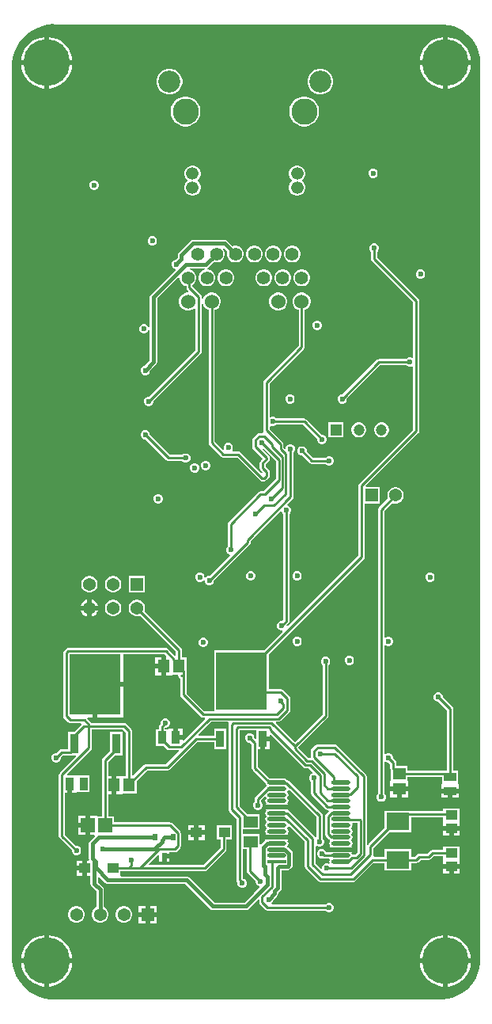
<source format=gbl>
G04*
G04 #@! TF.GenerationSoftware,Altium Limited,Altium Designer,23.0.1 (38)*
G04*
G04 Layer_Physical_Order=4*
G04 Layer_Color=16711680*
%FSLAX44Y44*%
%MOMM*%
G71*
G04*
G04 #@! TF.SameCoordinates,29EA246D-3BC2-426E-A151-39073B1FECC7*
G04*
G04*
G04 #@! TF.FilePolarity,Positive*
G04*
G01*
G75*
%ADD15C,0.2540*%
%ADD22R,1.3046X1.4562*%
%ADD26R,0.9500X1.3500*%
%ADD34R,1.3500X0.9500*%
%ADD63C,0.3810*%
%ADD64C,5.0000*%
%ADD65C,2.8000*%
%ADD66C,2.3550*%
%ADD67C,1.3350*%
%ADD68C,1.5300*%
%ADD69C,1.3980*%
%ADD70R,1.3700X1.3700*%
%ADD71C,1.3700*%
%ADD72C,1.2000*%
%ADD73R,1.2000X1.2000*%
%ADD74C,0.6000*%
G04:AMPARAMS|DCode=75|XSize=2.0528mm|YSize=0.4549mm|CornerRadius=0.2275mm|HoleSize=0mm|Usage=FLASHONLY|Rotation=0.000|XOffset=0mm|YOffset=0mm|HoleType=Round|Shape=RoundedRectangle|*
%AMROUNDEDRECTD75*
21,1,2.0528,0.0000,0,0,0.0*
21,1,1.5979,0.4549,0,0,0.0*
1,1,0.4549,0.7990,0.0000*
1,1,0.4549,-0.7990,0.0000*
1,1,0.4549,-0.7990,0.0000*
1,1,0.4549,0.7990,0.0000*
%
%ADD75ROUNDEDRECTD75*%
%ADD76R,2.0528X0.4549*%
%ADD77R,0.9500X2.1000*%
%ADD78R,0.9000X1.8000*%
%ADD79R,1.4562X1.3046*%
%ADD80R,1.5082X1.2065*%
%ADD81R,5.4500X6.2000*%
%ADD82R,1.2200X1.1200*%
%ADD83R,1.3082X1.0057*%
%ADD84R,2.4000X1.9000*%
%ADD85R,0.6000X0.7000*%
%ADD86R,5.5000X6.5000*%
%ADD87R,1.5534X1.5562*%
G36*
X1276868Y1248997D02*
X1276900Y1249003D01*
X1276931Y1248996D01*
X1690085Y1248996D01*
X1692846Y1248972D01*
X1698350Y1248131D01*
X1703715Y1246575D01*
X1708830Y1244332D01*
X1713609Y1241440D01*
X1717970Y1237949D01*
X1721838Y1233918D01*
X1725146Y1229418D01*
X1727839Y1224524D01*
X1729870Y1219320D01*
X1731205Y1213896D01*
X1731819Y1208344D01*
X1731775Y1206169D01*
X1731761Y1206101D01*
X1731761Y1205476D01*
X1731761Y1205476D01*
X1731761Y248155D01*
X1731723Y247982D01*
X1731666Y245192D01*
X1730823Y239670D01*
X1729266Y234305D01*
X1727023Y229190D01*
X1724131Y224410D01*
X1720640Y220050D01*
X1716610Y216182D01*
X1712109Y212874D01*
X1707215Y210181D01*
X1702011Y208150D01*
X1696587Y206815D01*
X1691035Y206201D01*
X1689206Y206238D01*
X1689155Y206249D01*
X1688187Y206259D01*
X1688135Y206249D01*
X1274291Y206326D01*
X1271394Y206385D01*
X1265603Y207270D01*
X1259976Y208902D01*
X1254611Y211255D01*
X1249599Y214288D01*
X1245026Y217949D01*
X1240969Y222176D01*
X1237499Y226896D01*
X1234675Y232029D01*
X1232545Y237487D01*
X1231146Y243175D01*
X1230501Y248998D01*
X1230561Y251927D01*
X1230555Y251959D01*
X1230562Y251991D01*
X1230044Y1204094D01*
X1230106Y1207068D01*
X1231013Y1213015D01*
X1232690Y1218792D01*
X1235106Y1224302D01*
X1238220Y1229448D01*
X1241979Y1234144D01*
X1246320Y1238309D01*
X1251166Y1241872D01*
X1256437Y1244772D01*
X1262041Y1246960D01*
X1267882Y1248397D01*
X1273861Y1249059D01*
X1276868Y1248997D01*
D02*
G37*
%LPC*%
G36*
X1696720Y1235251D02*
Y1210310D01*
X1721661D01*
X1721042Y1214219D01*
X1719702Y1218342D01*
X1717734Y1222204D01*
X1715186Y1225711D01*
X1712121Y1228776D01*
X1708614Y1231324D01*
X1704752Y1233292D01*
X1700629Y1234632D01*
X1696720Y1235251D01*
D02*
G37*
G36*
X1691640D02*
X1687731Y1234632D01*
X1683608Y1233292D01*
X1679746Y1231324D01*
X1676239Y1228776D01*
X1673174Y1225711D01*
X1670626Y1222204D01*
X1668658Y1218342D01*
X1667318Y1214219D01*
X1666699Y1210310D01*
X1691640D01*
Y1235251D01*
D02*
G37*
G36*
X1270000D02*
Y1210310D01*
X1294941D01*
X1294322Y1214219D01*
X1292982Y1218342D01*
X1291014Y1222204D01*
X1288466Y1225711D01*
X1285401Y1228776D01*
X1281894Y1231324D01*
X1278032Y1233292D01*
X1273909Y1234632D01*
X1270000Y1235251D01*
D02*
G37*
G36*
X1264920D02*
X1261011Y1234632D01*
X1256888Y1233292D01*
X1253026Y1231324D01*
X1249519Y1228776D01*
X1246454Y1225711D01*
X1243906Y1222204D01*
X1241938Y1218342D01*
X1240598Y1214219D01*
X1239979Y1210310D01*
X1264920D01*
Y1235251D01*
D02*
G37*
G36*
X1721661Y1205230D02*
X1696720D01*
Y1180289D01*
X1700629Y1180908D01*
X1704752Y1182248D01*
X1708614Y1184216D01*
X1712121Y1186764D01*
X1715186Y1189829D01*
X1717734Y1193336D01*
X1719702Y1197198D01*
X1721042Y1201321D01*
X1721661Y1205230D01*
D02*
G37*
G36*
X1691640D02*
X1666699D01*
X1667318Y1201321D01*
X1668658Y1197198D01*
X1670626Y1193336D01*
X1673174Y1189829D01*
X1676239Y1186764D01*
X1679746Y1184216D01*
X1683608Y1182248D01*
X1687731Y1180908D01*
X1691640Y1180289D01*
Y1205230D01*
D02*
G37*
G36*
X1294941D02*
X1270000D01*
Y1180289D01*
X1273909Y1180908D01*
X1278032Y1182248D01*
X1281894Y1184216D01*
X1285401Y1186764D01*
X1288466Y1189829D01*
X1291014Y1193336D01*
X1292982Y1197198D01*
X1294322Y1201321D01*
X1294941Y1205230D01*
D02*
G37*
G36*
X1264920D02*
X1239979D01*
X1240598Y1201321D01*
X1241938Y1197198D01*
X1243906Y1193336D01*
X1246454Y1189829D01*
X1249519Y1186764D01*
X1253026Y1184216D01*
X1256888Y1182248D01*
X1261011Y1180908D01*
X1264920Y1180289D01*
Y1205230D01*
D02*
G37*
G36*
X1562014Y1201275D02*
X1558387D01*
X1554883Y1200336D01*
X1551742Y1198522D01*
X1549177Y1195958D01*
X1547364Y1192817D01*
X1546425Y1189313D01*
Y1185686D01*
X1547364Y1182183D01*
X1549177Y1179042D01*
X1551742Y1176477D01*
X1554883Y1174663D01*
X1558387Y1173725D01*
X1562014D01*
X1565517Y1174663D01*
X1568658Y1176477D01*
X1571223Y1179042D01*
X1573036Y1182183D01*
X1573975Y1185686D01*
Y1189313D01*
X1573036Y1192817D01*
X1571223Y1195958D01*
X1568658Y1198522D01*
X1565517Y1200336D01*
X1562014Y1201275D01*
D02*
G37*
G36*
X1400713D02*
X1397086D01*
X1393583Y1200336D01*
X1390442Y1198522D01*
X1387877Y1195958D01*
X1386064Y1192817D01*
X1385125Y1189313D01*
Y1185686D01*
X1386064Y1182183D01*
X1387877Y1179042D01*
X1390442Y1176477D01*
X1393583Y1174663D01*
X1397086Y1173725D01*
X1400713D01*
X1404217Y1174663D01*
X1407358Y1176477D01*
X1409923Y1179042D01*
X1411736Y1182183D01*
X1412675Y1185686D01*
Y1189313D01*
X1411736Y1192817D01*
X1409923Y1195958D01*
X1407358Y1198522D01*
X1404217Y1200336D01*
X1400713Y1201275D01*
D02*
G37*
G36*
X1544626Y1171700D02*
X1541474D01*
X1538383Y1171085D01*
X1535471Y1169879D01*
X1532851Y1168128D01*
X1530622Y1165899D01*
X1528871Y1163279D01*
X1527665Y1160367D01*
X1527050Y1157276D01*
Y1154124D01*
X1527665Y1151033D01*
X1528871Y1148121D01*
X1530622Y1145501D01*
X1532851Y1143272D01*
X1535471Y1141521D01*
X1538383Y1140315D01*
X1541474Y1139700D01*
X1544626D01*
X1547717Y1140315D01*
X1550629Y1141521D01*
X1553249Y1143272D01*
X1555478Y1145501D01*
X1557229Y1148121D01*
X1558435Y1151033D01*
X1559050Y1154124D01*
Y1157276D01*
X1558435Y1160367D01*
X1557229Y1163279D01*
X1555478Y1165899D01*
X1553249Y1168128D01*
X1550629Y1169879D01*
X1547717Y1171085D01*
X1544626Y1171700D01*
D02*
G37*
G36*
X1417626D02*
X1414474D01*
X1411383Y1171085D01*
X1408471Y1169879D01*
X1405851Y1168128D01*
X1403622Y1165899D01*
X1401871Y1163279D01*
X1400665Y1160367D01*
X1400050Y1157276D01*
Y1154124D01*
X1400665Y1151033D01*
X1401871Y1148121D01*
X1403622Y1145501D01*
X1405851Y1143272D01*
X1408471Y1141521D01*
X1411383Y1140315D01*
X1414474Y1139700D01*
X1417626D01*
X1420717Y1140315D01*
X1423629Y1141521D01*
X1426249Y1143272D01*
X1428478Y1145501D01*
X1430229Y1148121D01*
X1431435Y1151033D01*
X1432050Y1154124D01*
Y1157276D01*
X1431435Y1160367D01*
X1430229Y1163279D01*
X1428478Y1165899D01*
X1426249Y1168128D01*
X1423629Y1169879D01*
X1420717Y1171085D01*
X1417626Y1171700D01*
D02*
G37*
G36*
X1617705Y1094660D02*
X1615715D01*
X1613878Y1093899D01*
X1612471Y1092492D01*
X1611710Y1090655D01*
Y1088665D01*
X1612471Y1086828D01*
X1613878Y1085421D01*
X1615715Y1084660D01*
X1617705D01*
X1619542Y1085421D01*
X1620949Y1086828D01*
X1621710Y1088665D01*
Y1090655D01*
X1620949Y1092492D01*
X1619542Y1093899D01*
X1617705Y1094660D01*
D02*
G37*
G36*
X1319255Y1081960D02*
X1317265D01*
X1315428Y1081199D01*
X1314021Y1079792D01*
X1313260Y1077955D01*
Y1075965D01*
X1314021Y1074128D01*
X1315428Y1072721D01*
X1317265Y1071960D01*
X1319255D01*
X1321092Y1072721D01*
X1322499Y1074128D01*
X1323260Y1075965D01*
Y1077955D01*
X1322499Y1079792D01*
X1321092Y1081199D01*
X1319255Y1081960D01*
D02*
G37*
G36*
X1536592Y1097775D02*
X1534308D01*
X1532101Y1097184D01*
X1530123Y1096042D01*
X1528508Y1094427D01*
X1527366Y1092449D01*
X1526775Y1090242D01*
Y1087958D01*
X1527366Y1085752D01*
X1528508Y1083774D01*
X1529648Y1082634D01*
X1529980Y1081800D01*
X1529648Y1080966D01*
X1528508Y1079827D01*
X1527366Y1077849D01*
X1526775Y1075642D01*
Y1073358D01*
X1527366Y1071152D01*
X1528508Y1069174D01*
X1530123Y1067559D01*
X1532101Y1066416D01*
X1534308Y1065825D01*
X1536592D01*
X1538798Y1066416D01*
X1540776Y1067559D01*
X1542392Y1069174D01*
X1543534Y1071152D01*
X1544125Y1073358D01*
Y1075642D01*
X1543534Y1077849D01*
X1542392Y1079827D01*
X1541252Y1080966D01*
X1540919Y1081800D01*
X1541252Y1082634D01*
X1542392Y1083774D01*
X1543534Y1085752D01*
X1544125Y1087958D01*
Y1090242D01*
X1543534Y1092449D01*
X1542392Y1094427D01*
X1540776Y1096042D01*
X1538798Y1097184D01*
X1536592Y1097775D01*
D02*
G37*
G36*
X1424792D02*
X1422508D01*
X1420302Y1097184D01*
X1418324Y1096042D01*
X1416709Y1094427D01*
X1415566Y1092449D01*
X1414975Y1090242D01*
Y1087958D01*
X1415566Y1085752D01*
X1416709Y1083774D01*
X1417848Y1082634D01*
X1418181Y1081800D01*
X1417848Y1080966D01*
X1416709Y1079827D01*
X1415566Y1077849D01*
X1414975Y1075642D01*
Y1073358D01*
X1415566Y1071152D01*
X1416709Y1069174D01*
X1418324Y1067559D01*
X1420302Y1066416D01*
X1422508Y1065825D01*
X1424792D01*
X1426999Y1066416D01*
X1428977Y1067559D01*
X1430592Y1069174D01*
X1431734Y1071152D01*
X1432325Y1073358D01*
Y1075642D01*
X1431734Y1077849D01*
X1430592Y1079827D01*
X1429452Y1080966D01*
X1429120Y1081800D01*
X1429452Y1082634D01*
X1430592Y1083774D01*
X1431734Y1085752D01*
X1432325Y1087958D01*
Y1090242D01*
X1431734Y1092449D01*
X1430592Y1094427D01*
X1428977Y1096042D01*
X1426999Y1097184D01*
X1424792Y1097775D01*
D02*
G37*
G36*
X1381485Y1022270D02*
X1379495D01*
X1377658Y1021509D01*
X1376251Y1020102D01*
X1375490Y1018265D01*
Y1016275D01*
X1376251Y1014438D01*
X1377658Y1013031D01*
X1379495Y1012270D01*
X1381485D01*
X1383322Y1013031D01*
X1384729Y1014438D01*
X1385490Y1016275D01*
Y1018265D01*
X1384729Y1020102D01*
X1383322Y1021509D01*
X1381485Y1022270D01*
D02*
G37*
G36*
X1531484Y1012290D02*
X1529117D01*
X1526830Y1011677D01*
X1524780Y1010494D01*
X1523106Y1008820D01*
X1521923Y1006770D01*
X1521310Y1004484D01*
Y1002116D01*
X1521923Y999830D01*
X1523106Y997780D01*
X1524780Y996106D01*
X1526830Y994923D01*
X1529117Y994310D01*
X1531484D01*
X1533770Y994923D01*
X1535820Y996106D01*
X1537494Y997780D01*
X1538678Y999830D01*
X1539290Y1002116D01*
Y1004484D01*
X1538678Y1006770D01*
X1537494Y1008820D01*
X1535820Y1010494D01*
X1533770Y1011677D01*
X1531484Y1012290D01*
D02*
G37*
G36*
X1511184D02*
X1508817D01*
X1506530Y1011677D01*
X1504480Y1010494D01*
X1502806Y1008820D01*
X1501623Y1006770D01*
X1501010Y1004484D01*
Y1002116D01*
X1501623Y999830D01*
X1502806Y997780D01*
X1504480Y996106D01*
X1506530Y994923D01*
X1508817Y994310D01*
X1511184D01*
X1513470Y994923D01*
X1515520Y996106D01*
X1517194Y997780D01*
X1518377Y999830D01*
X1518990Y1002116D01*
Y1004484D01*
X1518377Y1006770D01*
X1517194Y1008820D01*
X1515520Y1010494D01*
X1513470Y1011677D01*
X1511184Y1012290D01*
D02*
G37*
G36*
X1490883D02*
X1488516D01*
X1486230Y1011677D01*
X1484180Y1010494D01*
X1482506Y1008820D01*
X1481322Y1006770D01*
X1480710Y1004484D01*
Y1002116D01*
X1481322Y999830D01*
X1482506Y997780D01*
X1484180Y996106D01*
X1486230Y994923D01*
X1488516Y994310D01*
X1490883D01*
X1493170Y994923D01*
X1495220Y996106D01*
X1496894Y997780D01*
X1498077Y999830D01*
X1498690Y1002116D01*
Y1004484D01*
X1498077Y1006770D01*
X1496894Y1008820D01*
X1495220Y1010494D01*
X1493170Y1011677D01*
X1490883Y1012290D01*
D02*
G37*
G36*
X1668505Y986710D02*
X1666515D01*
X1664678Y985949D01*
X1663271Y984542D01*
X1662510Y982705D01*
Y980715D01*
X1663271Y978878D01*
X1664678Y977471D01*
X1666515Y976710D01*
X1668505D01*
X1670342Y977471D01*
X1671749Y978878D01*
X1672510Y980715D01*
Y982705D01*
X1671749Y984542D01*
X1670342Y985949D01*
X1668505Y986710D01*
D02*
G37*
G36*
X1541634Y986890D02*
X1539267D01*
X1536980Y986277D01*
X1534930Y985094D01*
X1533256Y983420D01*
X1532073Y981370D01*
X1531460Y979084D01*
Y976716D01*
X1532073Y974430D01*
X1533256Y972380D01*
X1534930Y970706D01*
X1536980Y969523D01*
X1539267Y968910D01*
X1541634D01*
X1543920Y969523D01*
X1545970Y970706D01*
X1547644Y972380D01*
X1548827Y974430D01*
X1549440Y976716D01*
Y979084D01*
X1548827Y981370D01*
X1547644Y983420D01*
X1545970Y985094D01*
X1543920Y986277D01*
X1541634Y986890D01*
D02*
G37*
G36*
X1521333D02*
X1518966D01*
X1516680Y986277D01*
X1514630Y985094D01*
X1512956Y983420D01*
X1511772Y981370D01*
X1511160Y979084D01*
Y976716D01*
X1511772Y974430D01*
X1512956Y972380D01*
X1514630Y970706D01*
X1516680Y969523D01*
X1518966Y968910D01*
X1521333D01*
X1523620Y969523D01*
X1525670Y970706D01*
X1527344Y972380D01*
X1528527Y974430D01*
X1529140Y976716D01*
Y979084D01*
X1528527Y981370D01*
X1527344Y983420D01*
X1525670Y985094D01*
X1523620Y986277D01*
X1521333Y986890D01*
D02*
G37*
G36*
X1501034D02*
X1498667D01*
X1496380Y986277D01*
X1494330Y985094D01*
X1492656Y983420D01*
X1491473Y981370D01*
X1490860Y979084D01*
Y976716D01*
X1491473Y974430D01*
X1492656Y972380D01*
X1494330Y970706D01*
X1496380Y969523D01*
X1498667Y968910D01*
X1501034D01*
X1503320Y969523D01*
X1505370Y970706D01*
X1507044Y972380D01*
X1508228Y974430D01*
X1508840Y976716D01*
Y979084D01*
X1508228Y981370D01*
X1507044Y983420D01*
X1505370Y985094D01*
X1503320Y986277D01*
X1501034Y986890D01*
D02*
G37*
G36*
X1460433D02*
X1458066D01*
X1455780Y986277D01*
X1453730Y985094D01*
X1452056Y983420D01*
X1450872Y981370D01*
X1450260Y979084D01*
Y976716D01*
X1450872Y974430D01*
X1452056Y972380D01*
X1453730Y970706D01*
X1455780Y969523D01*
X1458066Y968910D01*
X1460433D01*
X1462720Y969523D01*
X1464770Y970706D01*
X1466444Y972380D01*
X1467627Y974430D01*
X1468240Y976716D01*
Y979084D01*
X1467627Y981370D01*
X1466444Y983420D01*
X1464770Y985094D01*
X1462720Y986277D01*
X1460433Y986890D01*
D02*
G37*
G36*
X1516370Y962150D02*
X1513829D01*
X1511375Y961492D01*
X1509175Y960222D01*
X1507378Y958425D01*
X1506107Y956225D01*
X1505450Y953771D01*
Y951229D01*
X1506107Y948775D01*
X1507378Y946575D01*
X1509175Y944778D01*
X1511375Y943508D01*
X1513829Y942850D01*
X1516370D01*
X1518825Y943508D01*
X1521025Y944778D01*
X1522822Y946575D01*
X1524092Y948775D01*
X1524750Y951229D01*
Y953771D01*
X1524092Y956225D01*
X1522822Y958425D01*
X1521025Y960222D01*
X1518825Y961492D01*
X1516370Y962150D01*
D02*
G37*
G36*
X1558015Y932100D02*
X1556025D01*
X1554188Y931339D01*
X1552781Y929932D01*
X1552020Y928095D01*
Y926105D01*
X1552781Y924268D01*
X1554188Y922861D01*
X1556025Y922100D01*
X1558015D01*
X1559852Y922861D01*
X1561259Y924268D01*
X1562020Y926105D01*
Y928095D01*
X1561259Y929932D01*
X1559852Y931339D01*
X1558015Y932100D01*
D02*
G37*
G36*
X1528805Y853360D02*
X1526815D01*
X1524978Y852599D01*
X1523571Y851192D01*
X1522810Y849355D01*
Y847365D01*
X1523571Y845528D01*
X1524978Y844121D01*
X1526815Y843360D01*
X1528805D01*
X1530642Y844121D01*
X1532049Y845528D01*
X1532810Y847365D01*
Y849355D01*
X1532049Y851192D01*
X1530642Y852599D01*
X1528805Y853360D01*
D02*
G37*
G36*
X1626924Y823340D02*
X1624817D01*
X1622782Y822795D01*
X1620958Y821742D01*
X1619469Y820252D01*
X1618416Y818428D01*
X1617870Y816393D01*
Y814287D01*
X1618416Y812252D01*
X1619469Y810428D01*
X1620958Y808938D01*
X1622782Y807885D01*
X1624817Y807340D01*
X1626924D01*
X1628958Y807885D01*
X1630782Y808938D01*
X1632272Y810428D01*
X1633325Y812252D01*
X1633870Y814287D01*
Y816393D01*
X1633325Y818428D01*
X1632272Y820252D01*
X1630782Y821742D01*
X1628958Y822795D01*
X1626924Y823340D01*
D02*
G37*
G36*
X1602523D02*
X1600417D01*
X1598382Y822795D01*
X1596558Y821742D01*
X1595068Y820252D01*
X1594015Y818428D01*
X1593470Y816393D01*
Y814287D01*
X1594015Y812252D01*
X1595068Y810428D01*
X1596558Y808938D01*
X1598382Y807885D01*
X1600417Y807340D01*
X1602523D01*
X1604558Y807885D01*
X1606382Y808938D01*
X1607872Y810428D01*
X1608925Y812252D01*
X1609470Y814287D01*
Y816393D01*
X1608925Y818428D01*
X1607872Y820252D01*
X1606382Y821742D01*
X1604558Y822795D01*
X1602523Y823340D01*
D02*
G37*
G36*
X1585070D02*
X1569070D01*
Y807340D01*
X1585070D01*
Y823340D01*
D02*
G37*
G36*
X1373865Y815166D02*
X1371875D01*
X1370038Y814405D01*
X1368631Y812999D01*
X1367870Y811161D01*
Y809172D01*
X1368631Y807334D01*
X1370038Y805928D01*
X1371875Y805166D01*
X1373155D01*
X1395554Y782767D01*
X1396636Y782044D01*
X1397912Y781791D01*
X1412578D01*
X1413482Y780886D01*
X1415320Y780125D01*
X1417309D01*
X1419147Y780886D01*
X1420553Y782292D01*
X1421315Y784130D01*
Y786119D01*
X1420553Y787957D01*
X1419147Y789363D01*
X1417309Y790125D01*
X1415320D01*
X1413482Y789363D01*
X1412578Y788459D01*
X1399293D01*
X1377870Y809882D01*
Y811161D01*
X1377109Y812999D01*
X1375702Y814405D01*
X1373865Y815166D01*
D02*
G37*
G36*
X1541659Y797710D02*
X1539670D01*
X1537832Y796949D01*
X1536426Y795542D01*
X1535665Y793705D01*
Y791715D01*
X1536426Y789878D01*
X1537832Y788471D01*
X1539670Y787710D01*
X1540950D01*
X1548697Y779962D01*
X1549779Y779240D01*
X1551055Y778986D01*
X1565983D01*
X1566888Y778081D01*
X1568725Y777320D01*
X1570715D01*
X1572552Y778081D01*
X1573959Y779488D01*
X1574720Y781325D01*
Y783315D01*
X1573959Y785152D01*
X1572552Y786559D01*
X1570715Y787320D01*
X1568725D01*
X1566888Y786559D01*
X1565983Y785654D01*
X1552436D01*
X1545665Y792425D01*
Y793705D01*
X1544903Y795542D01*
X1543497Y796949D01*
X1541659Y797710D01*
D02*
G37*
G36*
X1438635Y782240D02*
X1436645D01*
X1434808Y781479D01*
X1433401Y780072D01*
X1432640Y778235D01*
Y776245D01*
X1433401Y774408D01*
X1434808Y773001D01*
X1436645Y772240D01*
X1438635D01*
X1440472Y773001D01*
X1441879Y774408D01*
X1442640Y776245D01*
Y778235D01*
X1441879Y780072D01*
X1440472Y781479D01*
X1438635Y782240D01*
D02*
G37*
G36*
X1426984Y779763D02*
X1424995D01*
X1423158Y779002D01*
X1421751Y777595D01*
X1420990Y775758D01*
Y773768D01*
X1421751Y771931D01*
X1423158Y770524D01*
X1424995Y769763D01*
X1426984D01*
X1428822Y770524D01*
X1430229Y771931D01*
X1430990Y773768D01*
Y775758D01*
X1430229Y777595D01*
X1428822Y779002D01*
X1426984Y779763D01*
D02*
G37*
G36*
X1387835Y746680D02*
X1385845D01*
X1384008Y745919D01*
X1382601Y744512D01*
X1381840Y742675D01*
Y740685D01*
X1382601Y738848D01*
X1384008Y737441D01*
X1385845Y736680D01*
X1387835D01*
X1389672Y737441D01*
X1391079Y738848D01*
X1391840Y740685D01*
Y742675D01*
X1391079Y744512D01*
X1389672Y745919D01*
X1387835Y746680D01*
D02*
G37*
G36*
X1642005Y754340D02*
X1639675D01*
X1637424Y753737D01*
X1635406Y752572D01*
X1633758Y750924D01*
X1632593Y748906D01*
X1631990Y746655D01*
Y744325D01*
X1632593Y742074D01*
X1632635Y742001D01*
X1623010Y732375D01*
X1622288Y731294D01*
X1622034Y730018D01*
Y426435D01*
X1621129Y425530D01*
X1620368Y423692D01*
Y421703D01*
X1621129Y419865D01*
X1622536Y418459D01*
X1624373Y417698D01*
X1626362D01*
X1628200Y418459D01*
X1629607Y419865D01*
X1630368Y421703D01*
Y423692D01*
X1629607Y425530D01*
X1628702Y426435D01*
Y460471D01*
X1629972Y460997D01*
X1630388Y460581D01*
X1632225Y459820D01*
X1633505D01*
X1635305Y458020D01*
Y452731D01*
X1635369Y452409D01*
Y440425D01*
X1634829D01*
Y433902D01*
X1644650D01*
X1654471D01*
Y440425D01*
X1653931D01*
Y444144D01*
X1690510D01*
X1690510Y437596D01*
X1689970Y436550D01*
X1689970Y436464D01*
Y431800D01*
X1699260D01*
X1708550D01*
Y436464D01*
X1708550Y436550D01*
X1708010Y437596D01*
X1708010Y437820D01*
Y451010D01*
X1702594D01*
Y516890D01*
X1702340Y518166D01*
X1701617Y519248D01*
X1691560Y529305D01*
Y530585D01*
X1690799Y532422D01*
X1689392Y533829D01*
X1687555Y534590D01*
X1685565D01*
X1683728Y533829D01*
X1682321Y532422D01*
X1681560Y530585D01*
Y528595D01*
X1682321Y526758D01*
X1683728Y525351D01*
X1685565Y524590D01*
X1686845D01*
X1695926Y515509D01*
Y451010D01*
X1690510D01*
Y450812D01*
X1653931D01*
Y456001D01*
X1641973D01*
Y459401D01*
X1641719Y460677D01*
X1640997Y461758D01*
X1638220Y464535D01*
Y465815D01*
X1637459Y467652D01*
X1636052Y469059D01*
X1634215Y469820D01*
X1632225D01*
X1630388Y469059D01*
X1629972Y468643D01*
X1628702Y469169D01*
Y584931D01*
X1629972Y585457D01*
X1630388Y585041D01*
X1632225Y584280D01*
X1634215D01*
X1636052Y585041D01*
X1637459Y586448D01*
X1638220Y588285D01*
Y590275D01*
X1637459Y592112D01*
X1636052Y593519D01*
X1634215Y594280D01*
X1632225D01*
X1630388Y593519D01*
X1629972Y593103D01*
X1628702Y593629D01*
Y728637D01*
X1637351Y737286D01*
X1637424Y737243D01*
X1639675Y736640D01*
X1642005D01*
X1644256Y737243D01*
X1646274Y738408D01*
X1647922Y740056D01*
X1649087Y742074D01*
X1649690Y744325D01*
Y746655D01*
X1649087Y748906D01*
X1647922Y750924D01*
X1646274Y752572D01*
X1644256Y753737D01*
X1642005Y754340D01*
D02*
G37*
G36*
X1536425Y664130D02*
X1534435D01*
X1532598Y663369D01*
X1531191Y661962D01*
X1530430Y660125D01*
Y658135D01*
X1531191Y656298D01*
X1532598Y654891D01*
X1534435Y654130D01*
X1536425D01*
X1538262Y654891D01*
X1539669Y656298D01*
X1540430Y658135D01*
Y660125D01*
X1539669Y661962D01*
X1538262Y663369D01*
X1536425Y664130D01*
D02*
G37*
G36*
X1486895D02*
X1484905D01*
X1483068Y663369D01*
X1481661Y661962D01*
X1480900Y660125D01*
Y658135D01*
X1481661Y656298D01*
X1483068Y654891D01*
X1484905Y654130D01*
X1486895D01*
X1488732Y654891D01*
X1490139Y656298D01*
X1490900Y658135D01*
Y660125D01*
X1490139Y661962D01*
X1488732Y663369D01*
X1486895Y664130D01*
D02*
G37*
G36*
X1678665Y662860D02*
X1676675D01*
X1674838Y662099D01*
X1673431Y660692D01*
X1672670Y658855D01*
Y656865D01*
X1673431Y655028D01*
X1674838Y653621D01*
X1676675Y652860D01*
X1678665D01*
X1680502Y653621D01*
X1681909Y655028D01*
X1682670Y656865D01*
Y658855D01*
X1681909Y660692D01*
X1680502Y662099D01*
X1678665Y662860D01*
D02*
G37*
G36*
X1372830Y659090D02*
X1355130D01*
Y641390D01*
X1372830D01*
Y659090D01*
D02*
G37*
G36*
X1339745D02*
X1337415D01*
X1335164Y658487D01*
X1333146Y657322D01*
X1331498Y655674D01*
X1330333Y653656D01*
X1329730Y651405D01*
Y649075D01*
X1330333Y646824D01*
X1331498Y644806D01*
X1333146Y643158D01*
X1335164Y641993D01*
X1337415Y641390D01*
X1339745D01*
X1341996Y641993D01*
X1344014Y643158D01*
X1345662Y644806D01*
X1346827Y646824D01*
X1347430Y649075D01*
Y651405D01*
X1346827Y653656D01*
X1345662Y655674D01*
X1344014Y657322D01*
X1341996Y658487D01*
X1339745Y659090D01*
D02*
G37*
G36*
X1314345D02*
X1312015D01*
X1309764Y658487D01*
X1307746Y657322D01*
X1306098Y655674D01*
X1304933Y653656D01*
X1304330Y651405D01*
Y649075D01*
X1304933Y646824D01*
X1306098Y644806D01*
X1307746Y643158D01*
X1309764Y641993D01*
X1312015Y641390D01*
X1314345D01*
X1316596Y641993D01*
X1318614Y643158D01*
X1320262Y644806D01*
X1321427Y646824D01*
X1322030Y649075D01*
Y651405D01*
X1321427Y653656D01*
X1320262Y655674D01*
X1318614Y657322D01*
X1316596Y658487D01*
X1314345Y659090D01*
D02*
G37*
G36*
X1315720Y633881D02*
Y627380D01*
X1322221D01*
X1321930Y628464D01*
X1320694Y630606D01*
X1318946Y632354D01*
X1316804Y633590D01*
X1315720Y633881D01*
D02*
G37*
G36*
X1310640D02*
X1309556Y633590D01*
X1307414Y632354D01*
X1305666Y630606D01*
X1304430Y628464D01*
X1304139Y627380D01*
X1310640D01*
Y633881D01*
D02*
G37*
G36*
X1339745Y633690D02*
X1337415D01*
X1335164Y633087D01*
X1333146Y631922D01*
X1331498Y630274D01*
X1330333Y628256D01*
X1329730Y626005D01*
Y623675D01*
X1330333Y621424D01*
X1331498Y619406D01*
X1333146Y617758D01*
X1335164Y616593D01*
X1337415Y615990D01*
X1339745D01*
X1341996Y616593D01*
X1344014Y617758D01*
X1345662Y619406D01*
X1346827Y621424D01*
X1347430Y623675D01*
Y626005D01*
X1346827Y628256D01*
X1345662Y630274D01*
X1344014Y631922D01*
X1341996Y633087D01*
X1339745Y633690D01*
D02*
G37*
G36*
X1322221Y622300D02*
X1315720D01*
Y615799D01*
X1316804Y616090D01*
X1318946Y617326D01*
X1320694Y619074D01*
X1321930Y621216D01*
X1322221Y622300D01*
D02*
G37*
G36*
X1310640D02*
X1304139D01*
X1304430Y621216D01*
X1305666Y619074D01*
X1307414Y617326D01*
X1309556Y616090D01*
X1310640Y615799D01*
Y622300D01*
D02*
G37*
G36*
X1536425Y594280D02*
X1534435D01*
X1532598Y593519D01*
X1531191Y592112D01*
X1530430Y590275D01*
Y588285D01*
X1531191Y586448D01*
X1532598Y585041D01*
X1534435Y584280D01*
X1536425D01*
X1538262Y585041D01*
X1539669Y586448D01*
X1540430Y588285D01*
Y590275D01*
X1539669Y592112D01*
X1538262Y593519D01*
X1536425Y594280D01*
D02*
G37*
G36*
X1436095Y593010D02*
X1434105D01*
X1432268Y592249D01*
X1430861Y590842D01*
X1430100Y589005D01*
Y587015D01*
X1430861Y585178D01*
X1432268Y583771D01*
X1434105Y583010D01*
X1436095D01*
X1437932Y583771D01*
X1439339Y585178D01*
X1440100Y587015D01*
Y589005D01*
X1439339Y590842D01*
X1437932Y592249D01*
X1436095Y593010D01*
D02*
G37*
G36*
X1592305Y573960D02*
X1590315D01*
X1588478Y573199D01*
X1587071Y571792D01*
X1586310Y569955D01*
Y567965D01*
X1587071Y566128D01*
X1588478Y564721D01*
X1590315Y563960D01*
X1592305D01*
X1594142Y564721D01*
X1595549Y566128D01*
X1596310Y567965D01*
Y569955D01*
X1595549Y571792D01*
X1594142Y573199D01*
X1592305Y573960D01*
D02*
G37*
G36*
X1457965Y1018717D02*
X1424063D01*
X1422540Y1018413D01*
X1421248Y1017550D01*
X1408873Y1005176D01*
X1408010Y1003884D01*
X1407707Y1002360D01*
Y999881D01*
X1405155Y997328D01*
X1403707Y996729D01*
X1402301Y995322D01*
X1401540Y993485D01*
Y991496D01*
X1402301Y989658D01*
X1403707Y988251D01*
X1404906Y987755D01*
X1405265Y986317D01*
X1378945Y959997D01*
X1378082Y958705D01*
X1377778Y957182D01*
Y924505D01*
X1376600Y924285D01*
X1375839Y926122D01*
X1374432Y927529D01*
X1372595Y928290D01*
X1370605D01*
X1368768Y927529D01*
X1367361Y926122D01*
X1366600Y924285D01*
Y922295D01*
X1367361Y920458D01*
X1368768Y919051D01*
X1370605Y918290D01*
X1372595D01*
X1374432Y919051D01*
X1375839Y920458D01*
X1376600Y922295D01*
X1377778Y922075D01*
Y889379D01*
X1372239Y883840D01*
X1371875D01*
X1370038Y883079D01*
X1368631Y881672D01*
X1367870Y879835D01*
Y877845D01*
X1368631Y876008D01*
X1370038Y874601D01*
X1371875Y873840D01*
X1373865D01*
X1375702Y874601D01*
X1377109Y876008D01*
X1377870Y877845D01*
Y878209D01*
X1384575Y884915D01*
X1385438Y886206D01*
X1385741Y887730D01*
Y955532D01*
X1408390Y978181D01*
X1409660Y977655D01*
Y976716D01*
X1410273Y974430D01*
X1411456Y972380D01*
X1413130Y970706D01*
X1415180Y969523D01*
X1416923Y969056D01*
Y967100D01*
X1417177Y965824D01*
X1417899Y964743D01*
X1419222Y963420D01*
X1418696Y962150D01*
X1417379D01*
X1414925Y961492D01*
X1412725Y960222D01*
X1410928Y958425D01*
X1409658Y956225D01*
X1409000Y953771D01*
Y951229D01*
X1409658Y948775D01*
X1410928Y946575D01*
X1412725Y944778D01*
X1414925Y943508D01*
X1417379Y942850D01*
X1419920D01*
X1422375Y943508D01*
X1424575Y944778D01*
X1425506Y945709D01*
X1426776Y945183D01*
Y900631D01*
X1376965Y850820D01*
X1375685D01*
X1373848Y850059D01*
X1372441Y848652D01*
X1371680Y846815D01*
Y844825D01*
X1372441Y842988D01*
X1373848Y841581D01*
X1375685Y840820D01*
X1377675D01*
X1379512Y841581D01*
X1380919Y842988D01*
X1381680Y844825D01*
Y846105D01*
X1432467Y896892D01*
X1433190Y897974D01*
X1433444Y899250D01*
Y949705D01*
X1434714Y949872D01*
X1435008Y948775D01*
X1436278Y946575D01*
X1438075Y944778D01*
X1440275Y943508D01*
X1440666Y943403D01*
Y801360D01*
X1440666Y801360D01*
X1440920Y800084D01*
X1441643Y799002D01*
X1453872Y786773D01*
X1454954Y786050D01*
X1456230Y785796D01*
X1471359D01*
X1495774Y761381D01*
X1496855Y760658D01*
X1498131Y760405D01*
X1500235D01*
X1501511Y760658D01*
X1502593Y761381D01*
X1505097Y763886D01*
X1505820Y764967D01*
X1506074Y766243D01*
Y770613D01*
X1505820Y771889D01*
X1505097Y772971D01*
X1502268Y775800D01*
Y778680D01*
X1505097Y781509D01*
X1505820Y782591D01*
X1506074Y783867D01*
Y785427D01*
X1505820Y786703D01*
X1505097Y787785D01*
X1498257Y794625D01*
X1498675Y796003D01*
X1498914Y796051D01*
X1513026Y781939D01*
Y762832D01*
X1499828Y749634D01*
X1496129D01*
X1494853Y749380D01*
X1493772Y748658D01*
X1461953Y716838D01*
X1461230Y715757D01*
X1460976Y714481D01*
Y690807D01*
X1460071Y689902D01*
X1459310Y688065D01*
Y686075D01*
X1460071Y684238D01*
X1461478Y682831D01*
X1463063Y682174D01*
X1463582Y680897D01*
X1441735Y659050D01*
X1440455D01*
X1438618Y658289D01*
X1437560Y657231D01*
X1436290Y657724D01*
Y658855D01*
X1435529Y660692D01*
X1434122Y662099D01*
X1432285Y662860D01*
X1430295D01*
X1428458Y662099D01*
X1427051Y660692D01*
X1426290Y658855D01*
Y656865D01*
X1427051Y655028D01*
X1428458Y653621D01*
X1430295Y652860D01*
X1432285D01*
X1434122Y653621D01*
X1435180Y654679D01*
X1436450Y654186D01*
Y653055D01*
X1437211Y651218D01*
X1438618Y649811D01*
X1440455Y649050D01*
X1442445D01*
X1444282Y649811D01*
X1445689Y651218D01*
X1446450Y653055D01*
Y654335D01*
X1484778Y692663D01*
X1485501Y693745D01*
X1485755Y695021D01*
Y696392D01*
X1517546Y728182D01*
X1518979Y727819D01*
X1519480Y726608D01*
X1520385Y725703D01*
Y611970D01*
X1519205Y610790D01*
X1517925D01*
X1516088Y610029D01*
X1514681Y608622D01*
X1513920Y606785D01*
Y604795D01*
X1514681Y602958D01*
X1516088Y601551D01*
X1517925Y600790D01*
X1519439D01*
X1520000Y599556D01*
X1500495Y580050D01*
X1446710D01*
Y514354D01*
X1436219D01*
X1417134Y533439D01*
Y553329D01*
X1417391D01*
Y571891D01*
X1412202D01*
Y579952D01*
X1411948Y581228D01*
X1411225Y582310D01*
X1372184Y621351D01*
X1372227Y621424D01*
X1372830Y623675D01*
Y626005D01*
X1372227Y628256D01*
X1371062Y630274D01*
X1369414Y631922D01*
X1367396Y633087D01*
X1365145Y633690D01*
X1362815D01*
X1360564Y633087D01*
X1358546Y631922D01*
X1356898Y630274D01*
X1355733Y628256D01*
X1355130Y626005D01*
Y623675D01*
X1355733Y621424D01*
X1356898Y619406D01*
X1358546Y617758D01*
X1360564Y616593D01*
X1362815Y615990D01*
X1365145D01*
X1367396Y616593D01*
X1367469Y616636D01*
X1405534Y578571D01*
Y574631D01*
X1404361Y574145D01*
X1397319Y581187D01*
X1396237Y581910D01*
X1394961Y582164D01*
X1290616D01*
X1289340Y581910D01*
X1288258Y581187D01*
X1286342Y579272D01*
X1285620Y578190D01*
X1285366Y576914D01*
Y509205D01*
X1285620Y507929D01*
X1286342Y506848D01*
X1290708Y502482D01*
X1291790Y501759D01*
X1293065Y501506D01*
X1303985D01*
X1304510Y500236D01*
X1296835Y492560D01*
X1289920D01*
Y474164D01*
X1283630D01*
X1282354Y473910D01*
X1281272Y473187D01*
X1277905Y469820D01*
X1276625D01*
X1274788Y469059D01*
X1273381Y467652D01*
X1272620Y465815D01*
Y463825D01*
X1273381Y461988D01*
X1274788Y460581D01*
X1276625Y459820D01*
X1278615D01*
X1280452Y460581D01*
X1281859Y461988D01*
X1282620Y463825D01*
Y465105D01*
X1285011Y467496D01*
X1293190D01*
X1293512Y467560D01*
X1298434D01*
X1298920Y466387D01*
X1281452Y448919D01*
X1280730Y447838D01*
X1280476Y446562D01*
Y381160D01*
X1280730Y379884D01*
X1281452Y378803D01*
X1294210Y366045D01*
Y364765D01*
X1294971Y362928D01*
X1296378Y361521D01*
X1298215Y360760D01*
X1300205D01*
X1302042Y361521D01*
X1303449Y362928D01*
X1304210Y364765D01*
Y366755D01*
X1303449Y368592D01*
X1302042Y369999D01*
X1300205Y370760D01*
X1298925D01*
X1287144Y382541D01*
Y427590D01*
X1289290D01*
Y436880D01*
X1294370D01*
Y427590D01*
X1299034D01*
X1299120Y427590D01*
X1300166Y428130D01*
X1300390Y428130D01*
X1313580D01*
Y445630D01*
X1300390D01*
X1300166Y445630D01*
X1299120Y446170D01*
X1299034Y446170D01*
X1289792D01*
X1289306Y447343D01*
X1314798Y472834D01*
X1315520Y473916D01*
X1315774Y475192D01*
Y495036D01*
X1348874D01*
X1352194Y491716D01*
Y444891D01*
X1348475D01*
Y445431D01*
X1341952D01*
Y435610D01*
Y425789D01*
X1348475D01*
Y426329D01*
X1364051D01*
Y440176D01*
X1375201Y451326D01*
X1396680D01*
X1397956Y451580D01*
X1399037Y452303D01*
X1428451Y481716D01*
X1446660D01*
Y474050D01*
X1459660D01*
Y496050D01*
X1446660D01*
Y488384D01*
X1430123D01*
X1429637Y489557D01*
X1443225Y503145D01*
X1461699D01*
X1462378Y501875D01*
X1462279Y501727D01*
X1462025Y500452D01*
Y409597D01*
X1462279Y408321D01*
X1463002Y407239D01*
X1470646Y399595D01*
Y334166D01*
X1470900Y332890D01*
X1471622Y331809D01*
X1471812Y331619D01*
X1471745Y331459D01*
Y329470D01*
X1472507Y327632D01*
X1473913Y326226D01*
X1475751Y325465D01*
X1477740D01*
X1479578Y326226D01*
X1480984Y327632D01*
X1481745Y329470D01*
Y331459D01*
X1480984Y333297D01*
X1479578Y334703D01*
X1477740Y335465D01*
X1477397D01*
X1477314Y335547D01*
Y367191D01*
X1481513D01*
Y343953D01*
X1481767Y342677D01*
X1482489Y341595D01*
X1491060Y333025D01*
Y331606D01*
X1491821Y329769D01*
X1493228Y328362D01*
X1494819Y327703D01*
X1495339Y326428D01*
X1489357Y320446D01*
X1488897Y319757D01*
X1479191Y310051D01*
X1446909D01*
X1421404Y335557D01*
X1421404Y335557D01*
X1420135Y336825D01*
X1418844Y337688D01*
X1417320Y337991D01*
X1346806D01*
X1346440Y339110D01*
X1346440D01*
Y343376D01*
X1436370D01*
X1437646Y343630D01*
X1438728Y344352D01*
X1459048Y364673D01*
X1459770Y365754D01*
X1460024Y367030D01*
Y377210D01*
X1465820D01*
Y392410D01*
X1449620D01*
Y377210D01*
X1453356D01*
Y368411D01*
X1434989Y350044D01*
X1377343D01*
X1376857Y351217D01*
X1386477Y360837D01*
X1387650Y360351D01*
Y353530D01*
X1390650D01*
Y359570D01*
X1393190D01*
Y362110D01*
X1398730D01*
Y363696D01*
X1404620D01*
X1405896Y363950D01*
X1406978Y364673D01*
X1410207Y367902D01*
X1410929Y368983D01*
X1411183Y370259D01*
Y383964D01*
X1410929Y385240D01*
X1410207Y386322D01*
X1401741Y394787D01*
X1400659Y395510D01*
X1399383Y395764D01*
X1339821D01*
Y402211D01*
X1333388D01*
Y425789D01*
X1336872D01*
Y435610D01*
Y445431D01*
X1333388D01*
Y460713D01*
X1340235Y467560D01*
X1349020D01*
Y492560D01*
X1335520D01*
Y472275D01*
X1327696Y464451D01*
X1326974Y463370D01*
X1326720Y462094D01*
Y402211D01*
X1321853D01*
Y402751D01*
X1314086D01*
Y392430D01*
Y382109D01*
X1318463D01*
X1318949Y380936D01*
X1313906Y375893D01*
X1313043Y374601D01*
X1312740Y373078D01*
Y356911D01*
X1312897Y356120D01*
X1312223Y355033D01*
X1311991Y354850D01*
X1310880D01*
Y346710D01*
Y338570D01*
X1314363D01*
Y330024D01*
X1314666Y328501D01*
X1315529Y327209D01*
X1320629Y322110D01*
Y305100D01*
X1319176Y304262D01*
X1317528Y302614D01*
X1316363Y300596D01*
X1315760Y298345D01*
Y296015D01*
X1316363Y293764D01*
X1317528Y291746D01*
X1319176Y290098D01*
X1321194Y288933D01*
X1323445Y288330D01*
X1325775D01*
X1328026Y288933D01*
X1330044Y290098D01*
X1331692Y291746D01*
X1332857Y293764D01*
X1333460Y296015D01*
Y298345D01*
X1332857Y300596D01*
X1331692Y302614D01*
X1330044Y304262D01*
X1328591Y305100D01*
Y323759D01*
X1328288Y325283D01*
X1327425Y326575D01*
X1322326Y331674D01*
Y337448D01*
X1323500Y337934D01*
X1330239Y331195D01*
X1331530Y330332D01*
X1333054Y330028D01*
X1415671D01*
X1415773Y329926D01*
X1415773Y329926D01*
X1442445Y303255D01*
X1443736Y302392D01*
X1445260Y302089D01*
X1480841D01*
X1482364Y302392D01*
X1483656Y303255D01*
X1493633Y313231D01*
X1494806Y312745D01*
Y310409D01*
X1495060Y309133D01*
X1495782Y308052D01*
X1501392Y302442D01*
X1502473Y301720D01*
X1503749Y301466D01*
X1565826D01*
X1566915Y300376D01*
X1568753Y299615D01*
X1570742D01*
X1572580Y300376D01*
X1573986Y301783D01*
X1574747Y303621D01*
Y305610D01*
X1573986Y307447D01*
X1572580Y308854D01*
X1570742Y309615D01*
X1568753D01*
X1566915Y308854D01*
X1566195Y308134D01*
X1508721D01*
X1508195Y309404D01*
X1509189Y310398D01*
X1509950Y312235D01*
Y312599D01*
X1514069Y316719D01*
X1514932Y318010D01*
X1515235Y319534D01*
Y320426D01*
X1517852Y323042D01*
X1518715Y324334D01*
X1519018Y325858D01*
Y344680D01*
X1525262D01*
X1526785Y344983D01*
X1528077Y345846D01*
X1529713Y347483D01*
X1530577Y348774D01*
X1530880Y350298D01*
Y362329D01*
X1530577Y363853D01*
X1529713Y365145D01*
X1525677Y369182D01*
X1524911Y370148D01*
X1525856Y371562D01*
X1526188Y373230D01*
X1525856Y374898D01*
X1525056Y376095D01*
X1525301Y376259D01*
X1525923Y377190D01*
X1523598D01*
X1523498Y377257D01*
X1521830Y377589D01*
X1505851D01*
X1504182Y377257D01*
X1504082Y377190D01*
X1501280D01*
X1500951Y376111D01*
X1500681Y375930D01*
X1496855Y372105D01*
X1496711Y371889D01*
X1495441Y372274D01*
Y383256D01*
X1477314D01*
Y388208D01*
X1495441D01*
Y404272D01*
X1482583D01*
X1473773Y413082D01*
Y494066D01*
X1491720D01*
Y485547D01*
X1490547Y485061D01*
X1489630Y485978D01*
Y487044D01*
X1488869Y488882D01*
X1487462Y490288D01*
X1485625Y491049D01*
X1483635D01*
X1481798Y490288D01*
X1480391Y488882D01*
X1479630Y487044D01*
Y485055D01*
X1480391Y483217D01*
X1481798Y481811D01*
X1483635Y481049D01*
X1485128D01*
X1487116Y479062D01*
Y453630D01*
X1487370Y452354D01*
X1488092Y451273D01*
X1501581Y437785D01*
X1501824Y436562D01*
X1502769Y435148D01*
Y434812D01*
X1502009Y433675D01*
X1501196Y433132D01*
X1491252Y423187D01*
X1490529Y422106D01*
X1490275Y420830D01*
Y417846D01*
X1489281Y416852D01*
X1488520Y415015D01*
Y413025D01*
X1489281Y411188D01*
X1490688Y409781D01*
X1492525Y409020D01*
X1494515D01*
X1496352Y409781D01*
X1497759Y411188D01*
X1498520Y413025D01*
Y415015D01*
X1497759Y416852D01*
X1496943Y417668D01*
Y419449D01*
X1500699Y423204D01*
X1502236Y422946D01*
X1502769Y422148D01*
Y421811D01*
X1501824Y420398D01*
X1501492Y418730D01*
X1501824Y417062D01*
X1502624Y415864D01*
X1502379Y415701D01*
X1501757Y414770D01*
X1504082D01*
X1504182Y414703D01*
X1505851Y414371D01*
X1521830D01*
X1523498Y414703D01*
X1523598Y414770D01*
X1525923D01*
X1525301Y415701D01*
X1525056Y415864D01*
X1525856Y417062D01*
X1526188Y418730D01*
X1525856Y420398D01*
X1524911Y421811D01*
Y422148D01*
X1525856Y423562D01*
X1526188Y425230D01*
X1525856Y426898D01*
X1524911Y428312D01*
Y428648D01*
X1525750Y429903D01*
X1526962Y430397D01*
X1527031Y430418D01*
X1556226Y401223D01*
Y380247D01*
X1554956Y379862D01*
X1554461Y380602D01*
X1527360Y407703D01*
X1526279Y408426D01*
X1526002Y409690D01*
X1523598D01*
X1523498Y409757D01*
X1521830Y410089D01*
X1505851D01*
X1504182Y409757D01*
X1504082Y409690D01*
X1501757D01*
X1502379Y408759D01*
X1502624Y408595D01*
X1501824Y407398D01*
X1501492Y405730D01*
X1501824Y404062D01*
X1502769Y402648D01*
Y402312D01*
X1501824Y400898D01*
X1501492Y399230D01*
X1501824Y397562D01*
X1502769Y396148D01*
Y395812D01*
X1501824Y394398D01*
X1501492Y392730D01*
X1501824Y391062D01*
X1502769Y389648D01*
Y389312D01*
X1501824Y387898D01*
X1501492Y386230D01*
X1501824Y384562D01*
X1502624Y383365D01*
X1502379Y383201D01*
X1501757Y382270D01*
X1504082D01*
X1504182Y382203D01*
X1505851Y381871D01*
X1521830D01*
X1523498Y382203D01*
X1523598Y382270D01*
X1525923D01*
X1525301Y383201D01*
X1525056Y383365D01*
X1525856Y384562D01*
X1526188Y386230D01*
X1525856Y387898D01*
X1524911Y389312D01*
Y389648D01*
X1525750Y390903D01*
X1526958Y391396D01*
X1527031Y391418D01*
X1543690Y374760D01*
Y348456D01*
X1543943Y347180D01*
X1544666Y346098D01*
X1557762Y333003D01*
X1558843Y332280D01*
X1560119Y332026D01*
X1595620D01*
X1596896Y332280D01*
X1597977Y333003D01*
X1617241Y352266D01*
X1629380D01*
Y344100D01*
X1657380D01*
Y352266D01*
X1662773D01*
X1664048Y352520D01*
X1665130Y353242D01*
X1667657Y355770D01*
X1676451D01*
X1677727Y356023D01*
X1678809Y356746D01*
X1681591Y359528D01*
X1691989D01*
Y355906D01*
X1691449D01*
Y350878D01*
X1700530D01*
X1709611D01*
Y355906D01*
X1709071D01*
Y369891D01*
X1691989D01*
Y366196D01*
X1680210D01*
X1678934Y365943D01*
X1677852Y365220D01*
X1675070Y362438D01*
X1666276D01*
X1665000Y362184D01*
X1663919Y361461D01*
X1661392Y358934D01*
X1657380D01*
Y367100D01*
X1629380D01*
Y358934D01*
X1618179D01*
X1617928Y359160D01*
X1617307Y360204D01*
X1617480Y361070D01*
Y368485D01*
X1634095Y385100D01*
X1657380D01*
Y401081D01*
X1691989D01*
Y396546D01*
X1691449D01*
Y391518D01*
X1700530D01*
X1709611D01*
Y396546D01*
X1709071D01*
Y410531D01*
X1691989D01*
Y407749D01*
X1657380D01*
Y408100D01*
X1629380D01*
Y389815D01*
X1611788Y372223D01*
X1611372Y371601D01*
X1610102Y371986D01*
Y444811D01*
X1609849Y446087D01*
X1609126Y447168D01*
X1577940Y478355D01*
X1576858Y479077D01*
X1575582Y479331D01*
X1557685D01*
X1556409Y479077D01*
X1555327Y478355D01*
X1551338Y474365D01*
X1550616Y473284D01*
X1550362Y472008D01*
Y465719D01*
X1550367Y465693D01*
X1549561Y464711D01*
X1547782D01*
X1536618Y475875D01*
X1568268Y507524D01*
X1568990Y508605D01*
X1569244Y509881D01*
Y563953D01*
X1570149Y564858D01*
X1570910Y566695D01*
Y568685D01*
X1570149Y570522D01*
X1568742Y571929D01*
X1566905Y572690D01*
X1564915D01*
X1563078Y571929D01*
X1561671Y570522D01*
X1560910Y568685D01*
Y566695D01*
X1561671Y564858D01*
X1562576Y563953D01*
Y511262D01*
X1532955Y481642D01*
X1512625Y501972D01*
X1513111Y503145D01*
X1515390D01*
X1516666Y503399D01*
X1517747Y504122D01*
X1527088Y513462D01*
X1527810Y514543D01*
X1528064Y515819D01*
Y528331D01*
X1527810Y529607D01*
X1527088Y530688D01*
X1520748Y537028D01*
X1519667Y537750D01*
X1518391Y538004D01*
X1505210D01*
Y575335D01*
X1607137Y677263D01*
X1607860Y678344D01*
X1608114Y679620D01*
Y736640D01*
X1624290D01*
Y754340D01*
X1609601D01*
X1609075Y755610D01*
X1665247Y811783D01*
X1665970Y812865D01*
X1666224Y814140D01*
Y953310D01*
X1665970Y954586D01*
X1665247Y955667D01*
X1621314Y999601D01*
Y1005913D01*
X1622219Y1006818D01*
X1622980Y1008655D01*
Y1010645D01*
X1622219Y1012482D01*
X1620812Y1013889D01*
X1618975Y1014650D01*
X1616985D01*
X1615148Y1013889D01*
X1613741Y1012482D01*
X1612980Y1010645D01*
Y1008655D01*
X1613741Y1006818D01*
X1614646Y1005913D01*
Y998220D01*
X1614900Y996944D01*
X1615623Y995863D01*
X1659556Y951929D01*
Y892984D01*
X1658286Y892228D01*
X1657075Y892730D01*
X1655085D01*
X1653248Y891969D01*
X1652343Y891064D01*
X1623060D01*
X1621784Y890810D01*
X1620703Y890088D01*
X1583975Y853360D01*
X1582695D01*
X1580858Y852599D01*
X1579451Y851192D01*
X1578690Y849355D01*
Y847365D01*
X1579451Y845528D01*
X1580858Y844121D01*
X1582695Y843360D01*
X1584685D01*
X1586522Y844121D01*
X1587929Y845528D01*
X1588690Y847365D01*
Y848645D01*
X1624441Y884396D01*
X1652343D01*
X1653248Y883491D01*
X1655085Y882730D01*
X1657075D01*
X1658286Y883232D01*
X1659556Y882476D01*
Y815521D01*
X1602422Y758388D01*
X1601700Y757306D01*
X1601446Y756031D01*
Y681001D01*
X1525707Y605262D01*
X1524369Y605720D01*
X1524278Y606433D01*
X1526077Y608232D01*
X1526799Y609313D01*
X1527053Y610589D01*
Y725703D01*
X1527958Y726608D01*
X1528719Y728445D01*
Y730435D01*
X1527958Y732272D01*
X1526552Y733679D01*
X1525340Y734181D01*
X1524977Y735613D01*
X1530736Y741372D01*
X1531459Y742454D01*
X1531712Y743730D01*
Y791373D01*
X1532617Y792278D01*
X1533378Y794116D01*
Y796105D01*
X1532617Y797942D01*
X1531211Y799349D01*
X1529373Y800110D01*
X1527384D01*
X1525546Y799349D01*
X1524140Y797942D01*
X1523378Y796105D01*
Y795654D01*
X1522108Y795128D01*
X1520984Y796252D01*
Y799651D01*
X1520730Y800927D01*
X1520007Y802008D01*
X1505920Y816096D01*
Y818895D01*
X1507190Y819652D01*
X1508402Y819150D01*
X1510391D01*
X1512229Y819911D01*
X1513133Y820816D01*
X1541749D01*
X1557100Y805465D01*
Y804185D01*
X1557861Y802348D01*
X1559268Y800941D01*
X1561105Y800180D01*
X1563095D01*
X1564932Y800941D01*
X1566339Y802348D01*
X1567100Y804185D01*
Y806175D01*
X1566339Y808012D01*
X1564932Y809419D01*
X1563095Y810180D01*
X1561815D01*
X1545488Y826507D01*
X1544406Y827230D01*
X1543130Y827484D01*
X1513133D01*
X1512229Y828389D01*
X1510391Y829150D01*
X1508402D01*
X1507190Y828648D01*
X1505920Y829405D01*
Y864875D01*
X1542808Y901763D01*
X1543530Y902844D01*
X1543784Y904120D01*
Y943403D01*
X1544175Y943508D01*
X1546375Y944778D01*
X1548172Y946575D01*
X1549442Y948775D01*
X1550100Y951229D01*
Y953771D01*
X1549442Y956225D01*
X1548172Y958425D01*
X1546375Y960222D01*
X1544175Y961492D01*
X1541720Y962150D01*
X1539180D01*
X1536725Y961492D01*
X1534525Y960222D01*
X1532728Y958425D01*
X1531458Y956225D01*
X1530800Y953771D01*
Y951229D01*
X1531458Y948775D01*
X1532728Y946575D01*
X1534525Y944778D01*
X1536725Y943508D01*
X1537116Y943403D01*
Y905501D01*
X1500229Y868614D01*
X1499506Y867532D01*
X1499252Y866256D01*
Y814715D01*
X1499506Y813439D01*
X1499642Y813234D01*
X1498964Y811964D01*
X1495039D01*
X1493763Y811711D01*
X1492681Y810988D01*
X1488692Y806999D01*
X1487970Y805917D01*
X1487716Y804641D01*
Y797117D01*
X1487970Y795841D01*
X1488692Y794760D01*
X1498805Y784647D01*
X1496576Y782418D01*
X1495853Y781337D01*
X1495600Y780061D01*
Y774419D01*
X1495853Y773143D01*
X1496576Y772062D01*
X1498615Y770023D01*
X1498573Y769808D01*
X1497195Y769390D01*
X1475098Y791488D01*
X1474016Y792210D01*
X1472740Y792464D01*
X1466674D01*
X1466123Y793734D01*
X1466770Y795295D01*
Y797285D01*
X1466009Y799122D01*
X1464602Y800529D01*
X1462765Y801290D01*
X1460775D01*
X1458938Y800529D01*
X1457531Y799122D01*
X1456770Y797285D01*
Y795295D01*
X1456907Y794964D01*
X1455831Y794244D01*
X1447334Y802741D01*
Y943403D01*
X1447725Y943508D01*
X1449925Y944778D01*
X1451722Y946575D01*
X1452993Y948775D01*
X1453650Y951229D01*
Y953771D01*
X1452993Y956225D01*
X1451722Y958425D01*
X1449925Y960222D01*
X1447725Y961492D01*
X1445271Y962150D01*
X1442730D01*
X1440275Y961492D01*
X1438075Y960222D01*
X1436278Y958425D01*
X1435008Y956225D01*
X1434714Y955128D01*
X1433444Y955295D01*
Y957247D01*
X1433190Y958523D01*
X1432467Y959604D01*
X1423591Y968481D01*
Y970372D01*
X1424170Y970706D01*
X1425844Y972380D01*
X1427027Y974430D01*
X1427640Y976716D01*
Y979084D01*
X1427027Y981370D01*
X1425844Y983420D01*
X1424170Y985094D01*
X1422120Y986277D01*
X1420865Y986613D01*
X1421033Y987884D01*
X1436567D01*
X1436735Y986613D01*
X1435480Y986277D01*
X1433430Y985094D01*
X1431756Y983420D01*
X1430573Y981370D01*
X1429960Y979084D01*
Y976716D01*
X1430573Y974430D01*
X1431756Y972380D01*
X1433430Y970706D01*
X1435480Y969523D01*
X1437767Y968910D01*
X1440134D01*
X1442420Y969523D01*
X1444470Y970706D01*
X1446144Y972380D01*
X1447328Y974430D01*
X1447940Y976716D01*
Y979084D01*
X1447328Y981370D01*
X1446144Y983420D01*
X1444470Y985094D01*
X1442420Y986277D01*
X1440134Y986890D01*
X1439180D01*
X1438936Y988136D01*
X1439189Y988187D01*
X1440480Y989050D01*
X1446200Y994770D01*
X1447916Y994310D01*
X1450284D01*
X1452570Y994923D01*
X1454620Y996106D01*
X1456294Y997780D01*
X1457477Y999830D01*
X1458090Y1002116D01*
Y1004484D01*
X1457477Y1006770D01*
X1456499Y1008465D01*
X1456808Y1009540D01*
X1457042Y1009868D01*
X1457175Y1009894D01*
X1460870Y1006199D01*
X1460410Y1004484D01*
Y1002116D01*
X1461023Y999830D01*
X1462206Y997780D01*
X1463880Y996106D01*
X1465930Y994923D01*
X1468217Y994310D01*
X1470584D01*
X1472870Y994923D01*
X1474920Y996106D01*
X1476594Y997780D01*
X1477778Y999830D01*
X1478390Y1002116D01*
Y1004484D01*
X1477778Y1006770D01*
X1476594Y1008820D01*
X1474920Y1010494D01*
X1472870Y1011677D01*
X1470584Y1012290D01*
X1468217D01*
X1466501Y1011830D01*
X1460780Y1017550D01*
X1459489Y1018413D01*
X1459236Y1018464D01*
X1457965Y1018717D01*
D02*
G37*
G36*
X1654471Y428822D02*
X1647190D01*
Y422299D01*
X1654471D01*
Y428822D01*
D02*
G37*
G36*
X1642110D02*
X1634829D01*
Y422299D01*
X1642110D01*
Y428822D01*
D02*
G37*
G36*
X1708550Y426720D02*
X1701800D01*
Y421970D01*
X1708550D01*
Y426720D01*
D02*
G37*
G36*
X1696720D02*
X1689970D01*
Y421970D01*
X1696720D01*
Y426720D01*
D02*
G37*
G36*
X1309006Y402751D02*
X1301239D01*
Y394970D01*
X1309006D01*
Y402751D01*
D02*
G37*
G36*
X1436360Y392950D02*
X1430260D01*
Y387350D01*
X1436360D01*
Y392950D01*
D02*
G37*
G36*
X1425180D02*
X1419080D01*
Y387350D01*
X1425180D01*
Y392950D01*
D02*
G37*
G36*
X1309006Y389890D02*
X1301239D01*
Y382109D01*
X1309006D01*
Y389890D01*
D02*
G37*
G36*
X1709611Y386438D02*
X1703070D01*
Y381409D01*
X1709611D01*
Y386438D01*
D02*
G37*
G36*
X1697990D02*
X1691449D01*
Y381409D01*
X1697990D01*
Y386438D01*
D02*
G37*
G36*
X1436360Y382270D02*
X1430260D01*
Y376670D01*
X1436360D01*
Y382270D01*
D02*
G37*
G36*
X1425180D02*
X1419080D01*
Y376670D01*
X1425180D01*
Y382270D01*
D02*
G37*
G36*
X1398730Y357030D02*
X1395730D01*
Y353530D01*
X1398730D01*
Y357030D01*
D02*
G37*
G36*
X1305800Y354850D02*
X1299700D01*
Y349250D01*
X1305800D01*
Y354850D01*
D02*
G37*
G36*
X1709611Y345798D02*
X1703070D01*
Y340769D01*
X1709611D01*
Y345798D01*
D02*
G37*
G36*
X1697990D02*
X1691449D01*
Y340769D01*
X1697990D01*
Y345798D01*
D02*
G37*
G36*
X1305800Y344170D02*
X1299700D01*
Y338570D01*
X1305800D01*
Y344170D01*
D02*
G37*
G36*
X1384800Y306570D02*
X1377950D01*
Y299720D01*
X1384800D01*
Y306570D01*
D02*
G37*
G36*
X1372870D02*
X1366020D01*
Y299720D01*
X1372870D01*
Y306570D01*
D02*
G37*
G36*
X1351175Y306030D02*
X1348845D01*
X1346594Y305427D01*
X1344576Y304262D01*
X1342928Y302614D01*
X1341763Y300596D01*
X1341160Y298345D01*
Y296015D01*
X1341763Y293764D01*
X1342928Y291746D01*
X1344576Y290098D01*
X1346594Y288933D01*
X1348845Y288330D01*
X1351175D01*
X1353426Y288933D01*
X1355444Y290098D01*
X1357092Y291746D01*
X1358257Y293764D01*
X1358860Y296015D01*
Y298345D01*
X1358257Y300596D01*
X1357092Y302614D01*
X1355444Y304262D01*
X1353426Y305427D01*
X1351175Y306030D01*
D02*
G37*
G36*
X1300375D02*
X1298045D01*
X1295794Y305427D01*
X1293776Y304262D01*
X1292128Y302614D01*
X1290963Y300596D01*
X1290360Y298345D01*
Y296015D01*
X1290963Y293764D01*
X1292128Y291746D01*
X1293776Y290098D01*
X1295794Y288933D01*
X1298045Y288330D01*
X1300375D01*
X1302626Y288933D01*
X1304644Y290098D01*
X1306292Y291746D01*
X1307457Y293764D01*
X1308060Y296015D01*
Y298345D01*
X1307457Y300596D01*
X1306292Y302614D01*
X1304644Y304262D01*
X1302626Y305427D01*
X1300375Y306030D01*
D02*
G37*
G36*
X1384800Y294640D02*
X1377950D01*
Y287790D01*
X1384800D01*
Y294640D01*
D02*
G37*
G36*
X1372870D02*
X1366020D01*
Y287790D01*
X1372870D01*
Y294640D01*
D02*
G37*
G36*
X1696720Y275131D02*
Y250190D01*
X1721661D01*
X1721042Y254099D01*
X1719702Y258222D01*
X1717734Y262084D01*
X1715186Y265591D01*
X1712121Y268656D01*
X1708614Y271204D01*
X1704752Y273172D01*
X1700629Y274512D01*
X1696720Y275131D01*
D02*
G37*
G36*
X1691640D02*
X1687731Y274512D01*
X1683608Y273172D01*
X1679746Y271204D01*
X1676239Y268656D01*
X1673174Y265591D01*
X1670626Y262084D01*
X1668658Y258222D01*
X1667318Y254099D01*
X1666699Y250190D01*
X1691640D01*
Y275131D01*
D02*
G37*
G36*
X1270000D02*
Y250190D01*
X1294941D01*
X1294322Y254099D01*
X1292982Y258222D01*
X1291014Y262084D01*
X1288466Y265591D01*
X1285401Y268656D01*
X1281894Y271204D01*
X1278032Y273172D01*
X1273909Y274512D01*
X1270000Y275131D01*
D02*
G37*
G36*
X1264920D02*
X1261011Y274512D01*
X1256888Y273172D01*
X1253026Y271204D01*
X1249519Y268656D01*
X1246454Y265591D01*
X1243906Y262084D01*
X1241938Y258222D01*
X1240598Y254099D01*
X1239979Y250190D01*
X1264920D01*
Y275131D01*
D02*
G37*
G36*
X1721661Y245110D02*
X1696720D01*
Y220169D01*
X1700629Y220788D01*
X1704752Y222128D01*
X1708614Y224096D01*
X1712121Y226644D01*
X1715186Y229709D01*
X1717734Y233216D01*
X1719702Y237078D01*
X1721042Y241201D01*
X1721661Y245110D01*
D02*
G37*
G36*
X1691640D02*
X1666699D01*
X1667318Y241201D01*
X1668658Y237078D01*
X1670626Y233216D01*
X1673174Y229709D01*
X1676239Y226644D01*
X1679746Y224096D01*
X1683608Y222128D01*
X1687731Y220788D01*
X1691640Y220169D01*
Y245110D01*
D02*
G37*
G36*
X1294941D02*
X1270000D01*
Y220169D01*
X1273909Y220788D01*
X1278032Y222128D01*
X1281894Y224096D01*
X1285401Y226644D01*
X1288466Y229709D01*
X1291014Y233216D01*
X1292982Y237078D01*
X1294322Y241201D01*
X1294941Y245110D01*
D02*
G37*
G36*
X1264920D02*
X1239979D01*
X1240598Y241201D01*
X1241938Y237078D01*
X1243906Y233216D01*
X1246454Y229709D01*
X1249519Y226644D01*
X1253026Y224096D01*
X1256888Y222128D01*
X1261011Y220788D01*
X1264920Y220169D01*
Y245110D01*
D02*
G37*
%LPD*%
G36*
X1395471Y573604D02*
X1395292Y573172D01*
Y562610D01*
Y552789D01*
X1401815D01*
Y553329D01*
X1407762D01*
X1408362Y552598D01*
X1408616Y551322D01*
X1409338Y550240D01*
X1410420Y549518D01*
X1410466Y549508D01*
Y532058D01*
X1410720Y530782D01*
X1411443Y529700D01*
X1432481Y508662D01*
X1433562Y507939D01*
X1434838Y507685D01*
X1436676D01*
X1437162Y506512D01*
X1414114Y483464D01*
X1413133Y483870D01*
X1405650D01*
Y486410D01*
X1403110D01*
Y495700D01*
X1398360D01*
Y495700D01*
X1397314Y495160D01*
X1393984D01*
Y496459D01*
X1394175Y496650D01*
X1395455D01*
X1397292Y497411D01*
X1398699Y498818D01*
X1399460Y500655D01*
Y502645D01*
X1398699Y504482D01*
X1397292Y505889D01*
X1395455Y506650D01*
X1393465D01*
X1391628Y505889D01*
X1390221Y504482D01*
X1389460Y502645D01*
Y501365D01*
X1388293Y500197D01*
X1387570Y499116D01*
X1387316Y497840D01*
Y495160D01*
X1383900D01*
Y477660D01*
X1392685D01*
X1396313Y474033D01*
X1397394Y473310D01*
X1398670Y473056D01*
X1408701D01*
X1409187Y471883D01*
X1395299Y457994D01*
X1373820D01*
X1372544Y457740D01*
X1371463Y457018D01*
X1360132Y445687D01*
X1358862Y446213D01*
Y493097D01*
X1358608Y494373D01*
X1357885Y495455D01*
X1352613Y500728D01*
X1351531Y501450D01*
X1350255Y501704D01*
X1315529D01*
X1315520Y501750D01*
X1314798Y502832D01*
X1310880Y506750D01*
X1311406Y508020D01*
X1316930D01*
Y543060D01*
X1319470D01*
Y545600D01*
X1349510D01*
Y575496D01*
X1393580D01*
X1395471Y573604D01*
D02*
G37*
G36*
X1542163Y454479D02*
X1543245Y453757D01*
X1544521Y453503D01*
X1547853D01*
X1551952Y449403D01*
X1551589Y447971D01*
X1550378Y447469D01*
X1548971Y446062D01*
X1548210Y444225D01*
Y442235D01*
X1548971Y440398D01*
X1549876Y439493D01*
Y427368D01*
X1550130Y426092D01*
X1550853Y425010D01*
X1565911Y409952D01*
X1566993Y409229D01*
X1568269Y408975D01*
X1569124D01*
X1569509Y407705D01*
X1569506Y407703D01*
X1566283Y404479D01*
X1565560Y403398D01*
X1565306Y402122D01*
Y383338D01*
X1565560Y382062D01*
X1566283Y380981D01*
X1569506Y377757D01*
X1570414Y377150D01*
X1570684Y376562D01*
X1570860Y375697D01*
X1570327Y374898D01*
X1569995Y373230D01*
X1570327Y371562D01*
X1571127Y370364D01*
X1570882Y370201D01*
X1570260Y369270D01*
X1572585D01*
X1572685Y369203D01*
X1574353Y368871D01*
X1590332D01*
X1592000Y369203D01*
X1592100Y369270D01*
X1594426D01*
X1593804Y370201D01*
X1593559Y370364D01*
X1594359Y371562D01*
X1594691Y373230D01*
X1594359Y374898D01*
X1593414Y376312D01*
Y376648D01*
X1594359Y378062D01*
X1594691Y379730D01*
X1594359Y381398D01*
X1593414Y382812D01*
Y383148D01*
X1594359Y384562D01*
X1594691Y386230D01*
X1594359Y387898D01*
X1593414Y389312D01*
Y389648D01*
X1594359Y391062D01*
X1594691Y392730D01*
X1594390Y394242D01*
X1594538Y394733D01*
X1594954Y395512D01*
X1600005D01*
Y363186D01*
X1597969Y361149D01*
X1594508D01*
X1594359Y361898D01*
X1593559Y363095D01*
X1593804Y363259D01*
X1594426Y364190D01*
X1592101D01*
X1592000Y364257D01*
X1590332Y364589D01*
X1574353D01*
X1572685Y364257D01*
X1572585Y364190D01*
X1569666D01*
X1569331Y363564D01*
X1566577D01*
X1565959Y365058D01*
X1564552Y366464D01*
X1562715Y367225D01*
X1560726D01*
X1558888Y366464D01*
X1557481Y365058D01*
X1556720Y363220D01*
Y361231D01*
X1557481Y359393D01*
X1558888Y357987D01*
X1560726Y357225D01*
X1562715D01*
X1563053Y357366D01*
X1563376Y357150D01*
X1564652Y356896D01*
X1569800D01*
X1570479Y355626D01*
X1570327Y355398D01*
X1569995Y353730D01*
X1570298Y352205D01*
X1569952Y351734D01*
X1569364Y351217D01*
X1568175Y351710D01*
X1566185D01*
X1564348Y350949D01*
X1562941Y349542D01*
X1562180Y347705D01*
Y346995D01*
X1560910Y346468D01*
X1555438Y351941D01*
Y370042D01*
X1556611Y370528D01*
X1556728Y370411D01*
X1558565Y369650D01*
X1560555D01*
X1562392Y370411D01*
X1563799Y371818D01*
X1564560Y373655D01*
Y375645D01*
X1563799Y377482D01*
X1562894Y378387D01*
Y402604D01*
X1562640Y403880D01*
X1561918Y404962D01*
X1526676Y440203D01*
X1525595Y440926D01*
X1525104Y441023D01*
X1524911Y441312D01*
X1523497Y442256D01*
X1521830Y442588D01*
X1506207D01*
X1493784Y455011D01*
Y473510D01*
X1496220D01*
Y485050D01*
X1498760D01*
Y487590D01*
X1505800D01*
Y489183D01*
X1506973Y489669D01*
X1542163Y454479D01*
D02*
G37*
%LPC*%
G36*
X1390212Y572431D02*
X1383689D01*
Y565150D01*
X1390212D01*
Y572431D01*
D02*
G37*
G36*
Y560070D02*
X1383689D01*
Y552789D01*
X1390212D01*
Y560070D01*
D02*
G37*
G36*
X1349510Y540520D02*
X1322010D01*
Y508020D01*
X1349510D01*
Y540520D01*
D02*
G37*
G36*
X1412940Y495700D02*
X1408190D01*
Y488950D01*
X1412940D01*
Y495700D01*
D02*
G37*
G36*
X1505800Y482510D02*
X1501300D01*
Y473510D01*
X1505800D01*
Y482510D01*
D02*
G37*
%LPD*%
D15*
X1700530Y403502D02*
G03*
X1698327Y404415I-2203J-2203D01*
G01*
X1583690Y848360D02*
X1623060Y887730D01*
X1496060Y332601D02*
Y332740D01*
X1484847Y343953D02*
X1496060Y332740D01*
X1503749Y304800D02*
X1569563D01*
X1569747Y304615D01*
X1553210Y427368D02*
Y443230D01*
X1582727Y398846D02*
X1602335D01*
X1603339Y361805D02*
Y397841D01*
X1602335Y398846D02*
X1603339Y397841D01*
X1397912Y785125D02*
X1416315D01*
X1444000Y801360D02*
X1456230Y789130D01*
X1472740D02*
X1498131Y763739D01*
X1456230Y789130D02*
X1472740D01*
X1502740Y783867D02*
Y785427D01*
X1498934Y780061D02*
X1502740Y783867D01*
X1498934Y774419D02*
Y780061D01*
X1502740Y766243D02*
Y770613D01*
X1498934Y774419D02*
X1502740Y770613D01*
X1498131Y763739D02*
X1500235D01*
X1491050Y797117D02*
X1502740Y785427D01*
X1500235Y763739D02*
X1502740Y766243D01*
X1510771Y734410D02*
X1523218Y746857D01*
X1497860Y801820D02*
X1516360Y783320D01*
X1507950Y741220D02*
X1519789Y753059D01*
X1516360Y761451D02*
Y783320D01*
X1523218Y746857D02*
Y789303D01*
X1519789Y753059D02*
Y786312D01*
X1517650Y794871D02*
X1523218Y789303D01*
X1509165Y796935D02*
X1519789Y786312D01*
X1528378Y743730D02*
Y795110D01*
X1501209Y746300D02*
X1516360Y761451D01*
X1491050Y797117D02*
Y804641D01*
X1617980Y998220D02*
X1662890Y953310D01*
X1604780Y756031D02*
X1662890Y814140D01*
Y953310D01*
X1623060Y887730D02*
X1656080D01*
X1564652Y360230D02*
X1582343D01*
X1562656Y362225D02*
X1564652Y360230D01*
X1561720Y362225D02*
X1562656D01*
X1593094Y346710D02*
X1606768Y360384D01*
X1562763Y339900D02*
X1592976D01*
X1614146Y361070D01*
X1599350Y357815D02*
X1603339Y361805D01*
X1575582Y475997D02*
X1606768Y444811D01*
X1590332Y353730D02*
X1594418Y357815D01*
X1599350D01*
X1560119Y335360D02*
X1595620D01*
X1606768Y360384D02*
Y444811D01*
X1595620Y335360D02*
X1615860Y355600D01*
X1582343Y353730D02*
X1590332D01*
X1614146Y361070D02*
Y369866D01*
X1615860Y355600D02*
X1643380D01*
X1567180Y346710D02*
X1593094D01*
X1643380Y355600D02*
X1662773D01*
X1614146Y369866D02*
X1640880Y396600D01*
X1357630Y349250D02*
Y355600D01*
X1355090Y346710D02*
X1367634D01*
X1338340D02*
X1355090D01*
X1357630Y349250D01*
X1399383Y392430D02*
X1407849Y383964D01*
X1330054Y392430D02*
X1399383D01*
X1330054D02*
Y462094D01*
X1342270Y474310D01*
X1367634Y346710D02*
X1436370D01*
X1387954Y367030D02*
X1404620D01*
X1367634Y346710D02*
X1387954Y367030D01*
X1407849Y370259D02*
Y383964D01*
X1404620Y367030D02*
X1407849Y370259D01*
X1390650Y486410D02*
Y497840D01*
X1394460Y501650D01*
X1390650Y484410D02*
Y486410D01*
X1473980Y334166D02*
X1476745Y331401D01*
X1473980Y334166D02*
Y400976D01*
X1295735Y473375D02*
Y486745D01*
X1312440Y498370D02*
Y500474D01*
Y475192D02*
Y498370D01*
X1350255D01*
X1307360D02*
X1312440D01*
X1403788Y560506D02*
Y570003D01*
X1413800Y552598D02*
Y557678D01*
Y532058D02*
Y552598D01*
X1411696D02*
X1413800D01*
X1283810Y381160D02*
X1299210Y365760D01*
X1283810Y381160D02*
Y446562D01*
X1312440Y475192D01*
X1308074Y504840D02*
X1312440Y500474D01*
X1293065Y504840D02*
X1308074D01*
X1288700Y509205D02*
X1293065Y504840D01*
X1288700Y509205D02*
Y576914D01*
X1290616Y578830D01*
X1394961D01*
X1403788Y570003D01*
X1436370Y346710D02*
X1456690Y367030D01*
X1413800Y532058D02*
X1434838Y511020D01*
X1396680Y454660D02*
X1427070Y485050D01*
X1434838Y511020D02*
X1513510D01*
X1466847Y501940D02*
X1507943D01*
X1465359Y500452D02*
X1466847Y501940D01*
X1465359Y409597D02*
Y500452D01*
X1490450Y453630D02*
Y480443D01*
X1471927Y497399D02*
X1505299D01*
X1470439Y411701D02*
Y495912D01*
X1484843Y486049D02*
X1490450Y480443D01*
X1484630Y486049D02*
X1484843D01*
X1470439Y495912D02*
X1471927Y497399D01*
X1427070Y485050D02*
X1453160D01*
X1470439Y411701D02*
X1485900Y396240D01*
X1465359Y409597D02*
X1473980Y400976D01*
X1441844Y506479D02*
X1515390D01*
X1411755Y476390D02*
X1441844Y506479D01*
X1515390D02*
X1524730Y515819D01*
X1507943Y501940D02*
X1532955Y476927D01*
X1513510Y511020D02*
X1520190Y517700D01*
X1505299Y497399D02*
X1507070Y495628D01*
X1408868Y562610D02*
X1413800Y557678D01*
X1604780Y679620D02*
Y756031D01*
X1475960Y550800D02*
X1604780Y679620D01*
X1398670Y476390D02*
X1411755D01*
X1355528Y436368D02*
X1373820Y454660D01*
X1396680D01*
X1568269Y412309D02*
X1582263D01*
X1553210Y427368D02*
X1568269Y412309D01*
X1582263D02*
X1582343Y412230D01*
X1549234Y456837D02*
X1560020Y446051D01*
Y426978D02*
Y446051D01*
X1568269Y418730D02*
X1582343D01*
X1564560Y435438D02*
Y447931D01*
X1507070Y494288D02*
Y495628D01*
Y494288D02*
X1544521Y456837D01*
X1546401Y461377D02*
X1551114D01*
X1564560Y435438D02*
X1568269Y431730D01*
X1551114Y461377D02*
X1564560Y447931D01*
X1544521Y456837D02*
X1549234D01*
X1560020Y426978D02*
X1568269Y418730D01*
X1532955Y474823D02*
X1546401Y461377D01*
X1498140Y310409D02*
X1503749Y304800D01*
X1498140Y310409D02*
Y316280D01*
X1508680Y326819D02*
Y352725D01*
X1498140Y316280D02*
X1508680Y326819D01*
Y352725D02*
X1509685Y353730D01*
X1513840D01*
X1547024Y348456D02*
X1560119Y335360D01*
X1547024Y348456D02*
Y376141D01*
X1552104Y350560D02*
Y378245D01*
Y350560D02*
X1562763Y339900D01*
X1524319Y398846D02*
X1547024Y376141D01*
X1525003Y405345D02*
X1552104Y378245D01*
X1484847Y374170D02*
X1485900Y375223D01*
X1484847Y343953D02*
Y374170D01*
X1625368Y730018D02*
X1640840Y745490D01*
X1625368Y422698D02*
Y730018D01*
X1633220Y464820D02*
X1638639Y459401D01*
X1644650Y447478D02*
X1696042D01*
X1638639Y452731D02*
Y459401D01*
X1643892Y447478D02*
X1644650D01*
X1638639Y452731D02*
X1643892Y447478D01*
X1559560Y374650D02*
Y402604D01*
X1476745Y330465D02*
Y331401D01*
X1517650Y524844D02*
Y525780D01*
Y524844D02*
X1520190Y522304D01*
Y517700D02*
Y522304D01*
X1488340Y534670D02*
X1518391D01*
X1524730Y515819D02*
Y528331D01*
X1518391Y534670D02*
X1524730Y528331D01*
X1293190Y470830D02*
X1295735Y473375D01*
X1277620Y464820D02*
X1283630Y470830D01*
X1295735Y486745D02*
X1307360Y498370D01*
X1283630Y470830D02*
X1293190D01*
X1475960Y547050D02*
X1488340Y534670D01*
X1355528Y436368D02*
Y493097D01*
Y435610D02*
Y436368D01*
X1350255Y498370D02*
X1355528Y493097D01*
X1696042Y447478D02*
X1699260Y444260D01*
X1686560Y529590D02*
X1699260Y516890D01*
Y444260D02*
Y516890D01*
X1475960Y547050D02*
Y550800D01*
X1363980Y624840D02*
X1408868Y579952D01*
Y562610D02*
Y579952D01*
X1565910Y509881D02*
Y567690D01*
X1532955Y476927D02*
X1565910Y509881D01*
X1553696Y472008D02*
X1557685Y475997D01*
X1576029Y438230D02*
X1582343D01*
X1553696Y465719D02*
Y472008D01*
X1560506Y469187D02*
X1575972D01*
X1553696Y465719D02*
X1575101Y444314D01*
Y439158D02*
Y444314D01*
X1557685Y475997D02*
X1575582D01*
X1575101Y439158D02*
X1576029Y438230D01*
X1575972Y469187D02*
X1600200Y444959D01*
X1592822Y425615D02*
X1600200Y432993D01*
X1582727Y425615D02*
X1592822D01*
X1600200Y432993D02*
Y444959D01*
X1582343Y425230D02*
X1582727Y425615D01*
X1390650Y484410D02*
X1398670Y476390D01*
X1441450Y654050D02*
X1482421Y695021D01*
X1617980Y998220D02*
Y1009650D01*
X1482421Y697773D02*
X1528378Y743730D01*
X1532955Y474823D02*
Y476927D01*
X1568269Y431730D02*
X1582343D01*
X1680210Y362862D02*
X1700530D01*
X1666276Y359104D02*
X1676451D01*
X1662773Y355600D02*
X1666276Y359104D01*
X1676451D02*
X1680210Y362862D01*
X1651195Y404415D02*
X1698327D01*
X1640880Y396600D02*
X1643380D01*
X1651195Y404415D01*
X1493609Y420830D02*
X1503554Y430775D01*
X1493520Y414020D02*
X1493609Y414109D01*
Y420830D01*
X1505307Y431730D02*
X1513840D01*
X1504352Y430775D02*
X1505307Y431730D01*
X1503554Y430775D02*
X1504352D01*
X1490450Y453630D02*
X1505194Y438886D01*
X1513184D02*
X1514225Y437845D01*
X1524319D01*
X1505194Y438886D02*
X1513184D01*
X1568640Y402122D02*
X1571864Y405345D01*
X1568640Y383338D02*
X1571864Y380115D01*
X1568640Y383338D02*
Y402122D01*
X1524319Y437845D02*
X1559560Y402604D01*
X1513840Y399230D02*
X1514225Y398846D01*
X1513840Y405730D02*
X1514225Y405345D01*
Y398846D02*
X1524319D01*
X1514225Y405345D02*
X1525003D01*
X1571864Y380115D02*
X1581958D01*
X1582343Y379730D01*
X1571864Y405345D02*
X1581958D01*
X1490980Y725170D02*
X1500220Y734410D01*
X1510771D01*
X1482421Y695021D02*
Y697773D01*
X1496129Y746300D02*
X1501209D01*
X1464310Y714481D02*
X1496129Y746300D01*
X1500681Y808630D02*
X1509165Y800145D01*
Y796935D02*
Y800145D01*
X1491050Y804641D02*
X1495039Y808630D01*
X1500681D01*
X1517650Y794871D02*
Y799651D01*
X1464310Y687070D02*
Y714481D01*
X1523719Y610589D02*
Y729440D01*
X1518920Y605790D02*
X1523719Y610589D01*
X1456690Y367030D02*
Y384810D01*
X1457720D01*
X1551055Y782320D02*
X1569720D01*
X1540665Y792710D02*
X1551055Y782320D01*
X1509396Y824150D02*
X1543130D01*
X1562100Y805180D01*
X1502586Y814715D02*
X1517650Y799651D01*
X1502586Y814715D02*
Y866256D01*
X1444000Y801360D02*
Y952500D01*
X1540450Y904120D02*
Y952500D01*
X1502586Y866256D02*
X1540450Y904120D01*
X1372870Y810166D02*
X1397912Y785125D01*
X1581958Y405345D02*
X1582343Y405730D01*
Y399230D02*
X1582727Y398846D01*
X1430110Y899250D02*
Y957247D01*
X1418650Y977900D02*
X1420257Y976293D01*
Y967100D02*
Y976293D01*
Y967100D02*
X1430110Y957247D01*
X1376680Y845820D02*
X1430110Y899250D01*
X1342270Y474310D02*
Y480060D01*
D22*
X1355528Y435610D02*
D03*
X1408868Y562610D02*
D03*
X1392752D02*
D03*
X1339412Y435610D02*
D03*
D26*
X1390650Y486410D02*
D03*
X1405650D02*
D03*
X1291830Y436880D02*
D03*
X1306830D02*
D03*
D34*
X1699260Y444260D02*
D03*
Y429260D02*
D03*
D63*
X1406540Y992490D02*
Y993083D01*
X1411689Y998232D01*
X1391253Y376848D02*
X1393975Y379570D01*
X1391253Y375111D02*
Y376848D01*
X1382207Y367030D02*
X1386692Y371515D01*
X1387657D01*
X1391253Y375111D01*
X1327334Y366846D02*
X1327519Y367030D01*
X1382207D01*
X1316721Y373078D02*
X1323214Y379570D01*
X1329161D01*
X1383690D01*
X1318345Y330024D02*
Y355288D01*
X1316721Y356911D02*
X1319705Y353927D01*
X1393975Y379570D02*
X1402690D01*
X1316721Y356911D02*
Y359798D01*
Y356911D02*
Y359798D01*
Y356911D02*
X1318345Y355288D01*
X1503496Y373115D02*
X1513725D01*
X1499671Y369290D02*
X1503496Y373115D01*
X1513725D02*
X1513840Y373230D01*
X1526898Y350298D02*
Y362329D01*
X1513840Y366730D02*
X1513981Y366588D01*
X1522639D02*
X1526898Y362329D01*
X1513981Y366588D02*
X1522639D01*
X1525262Y348661D02*
X1526898Y350298D01*
X1515037Y325858D02*
Y347285D01*
X1516413Y348661D01*
X1525262D01*
X1319705Y347359D02*
Y353927D01*
X1316721Y359798D02*
Y373078D01*
X1319705Y347359D02*
X1333054Y334010D01*
X1318345Y330024D02*
X1324610Y323759D01*
X1333054Y334010D02*
X1417320D01*
X1418589Y332742D01*
X1324610Y297180D02*
Y323759D01*
X1418589Y332742D02*
X1418589D01*
X1503505Y328963D02*
Y337483D01*
X1500904Y340084D02*
Y348605D01*
Y340084D02*
X1503505Y337483D01*
X1499671Y349838D02*
X1500904Y348605D01*
X1492173Y317631D02*
X1503505Y328963D01*
X1492173Y317402D02*
Y317631D01*
X1445260Y306070D02*
X1480841D01*
X1492173Y317402D01*
X1511254Y322075D02*
X1515037Y325858D01*
X1504950Y313230D02*
X1511254Y319534D01*
Y322075D01*
X1499671Y349838D02*
Y369290D01*
X1418589Y332742D02*
X1445260Y306070D01*
X1372870Y878840D02*
X1381760Y887730D01*
Y957182D02*
X1416443Y991865D01*
X1381760Y887730D02*
Y957182D01*
X1437665Y991865D02*
X1449100Y1003300D01*
X1411689Y1002360D02*
X1424063Y1014735D01*
X1416443Y991865D02*
X1437665D01*
X1411689Y998232D02*
Y1002360D01*
X1424063Y1014735D02*
X1457965D01*
X1469400Y1003300D01*
D64*
X1694180Y247650D02*
D03*
X1267460D02*
D03*
X1694180Y1207770D02*
D03*
X1267460D02*
D03*
D65*
X1416050Y1155700D02*
D03*
X1543050D02*
D03*
D66*
X1398900Y1187500D02*
D03*
X1560200D02*
D03*
D67*
X1423650Y1074500D02*
D03*
Y1089100D02*
D03*
X1535450Y1074500D02*
D03*
Y1089100D02*
D03*
D68*
X1418650Y952500D02*
D03*
X1444000D02*
D03*
X1515100D02*
D03*
X1540450D02*
D03*
D69*
X1418650Y977900D02*
D03*
X1438950D02*
D03*
X1459250D02*
D03*
X1499850D02*
D03*
X1520150D02*
D03*
X1540450D02*
D03*
X1469400Y1003300D02*
D03*
X1489700D02*
D03*
X1510000D02*
D03*
X1530300D02*
D03*
X1449100D02*
D03*
X1428800D02*
D03*
D70*
X1375410Y297180D02*
D03*
X1363980Y650240D02*
D03*
X1615440Y745490D02*
D03*
D71*
X1350010Y297180D02*
D03*
X1324610D02*
D03*
X1299210D02*
D03*
X1363980Y624840D02*
D03*
X1338580Y650240D02*
D03*
Y624840D02*
D03*
X1313180Y650240D02*
D03*
Y624840D02*
D03*
X1640840Y745490D02*
D03*
D72*
X1625870Y815340D02*
D03*
X1601470D02*
D03*
D73*
X1577070D02*
D03*
D74*
X1406540Y992490D02*
D03*
X1583690Y848360D02*
D03*
X1496060Y332601D02*
D03*
X1569747Y304615D02*
D03*
X1581150Y928370D02*
D03*
X1553210Y443230D02*
D03*
X1596529Y389890D02*
D03*
X1671320Y420370D02*
D03*
X1416315Y785125D02*
D03*
X1425990Y774763D02*
D03*
X1437640Y777240D02*
D03*
X1418590Y720090D02*
D03*
X1543050Y725170D02*
D03*
X1466850Y782320D02*
D03*
X1362710Y767080D02*
D03*
X1577340Y1093470D02*
D03*
X1651000Y928370D02*
D03*
X1656080Y887730D02*
D03*
X1619250Y929640D02*
D03*
X1374140Y501650D02*
D03*
X1561720Y362225D02*
D03*
X1532890Y289560D02*
D03*
X1507490Y464820D02*
D03*
X1421130Y364490D02*
D03*
X1357630Y355600D02*
D03*
X1435100Y588010D02*
D03*
X1394460Y501650D02*
D03*
X1299210Y365760D02*
D03*
X1327334Y366846D02*
D03*
X1484630Y486049D02*
D03*
X1633220Y464820D02*
D03*
X1567180Y346710D02*
D03*
X1559560Y374650D02*
D03*
X1476745Y330465D02*
D03*
X1504950Y313230D02*
D03*
X1517650Y525780D02*
D03*
X1277620Y464820D02*
D03*
X1686560Y529590D02*
D03*
X1535430Y659130D02*
D03*
Y589280D02*
D03*
X1560506Y469187D02*
D03*
X1677670Y657860D02*
D03*
X1633220Y589280D02*
D03*
X1591310Y568960D02*
D03*
X1431290Y657860D02*
D03*
X1441450Y654050D02*
D03*
X1485900Y659130D02*
D03*
X1386840Y741680D02*
D03*
X1527810Y848360D02*
D03*
X1667510Y981710D02*
D03*
X1616710Y1089660D02*
D03*
X1371600Y923290D02*
D03*
X1372870Y878840D02*
D03*
X1380490Y1017270D02*
D03*
X1318260Y1076960D02*
D03*
X1461770Y796290D02*
D03*
X1557020Y927100D02*
D03*
X1617980Y1009650D02*
D03*
X1625368Y422698D02*
D03*
X1490980Y725170D02*
D03*
X1507950Y741220D02*
D03*
X1523719Y729440D02*
D03*
X1569720Y782320D02*
D03*
X1540665Y792710D02*
D03*
X1528378Y795110D02*
D03*
X1562100Y805180D02*
D03*
X1497860Y801820D02*
D03*
X1464310Y687070D02*
D03*
X1518920Y605790D02*
D03*
X1509396Y824150D02*
D03*
X1372870Y810166D02*
D03*
X1565910Y567690D02*
D03*
X1493520Y414020D02*
D03*
X1376680Y845820D02*
D03*
D75*
X1582343Y353730D02*
D03*
Y360230D02*
D03*
Y366730D02*
D03*
Y373230D02*
D03*
Y379730D02*
D03*
Y386230D02*
D03*
Y392730D02*
D03*
Y399230D02*
D03*
Y405730D02*
D03*
Y412230D02*
D03*
Y418730D02*
D03*
Y425230D02*
D03*
Y431730D02*
D03*
Y438230D02*
D03*
X1513840D02*
D03*
Y431730D02*
D03*
Y425230D02*
D03*
Y418730D02*
D03*
Y412230D02*
D03*
Y405730D02*
D03*
Y399230D02*
D03*
Y392730D02*
D03*
Y386230D02*
D03*
Y379730D02*
D03*
Y373230D02*
D03*
Y366730D02*
D03*
Y360230D02*
D03*
D76*
Y353730D02*
D03*
D77*
X1296670Y480060D02*
D03*
X1342270D02*
D03*
D78*
X1453160Y485050D02*
D03*
X1498760D02*
D03*
D79*
X1644650Y447478D02*
D03*
Y431362D02*
D03*
D80*
X1485900Y375223D02*
D03*
Y396240D02*
D03*
D81*
X1475960Y547050D02*
D03*
D82*
X1427720Y384810D02*
D03*
X1457720D02*
D03*
X1338340Y346710D02*
D03*
X1308340D02*
D03*
D83*
X1700530Y388978D02*
D03*
Y403502D02*
D03*
Y348338D02*
D03*
Y362862D02*
D03*
D84*
X1643380Y396600D02*
D03*
Y355600D02*
D03*
D85*
X1383690Y379570D02*
D03*
X1402690D02*
D03*
X1393190Y359570D02*
D03*
D86*
X1319470Y543060D02*
D03*
D87*
X1311546Y392430D02*
D03*
X1330054D02*
D03*
M02*

</source>
